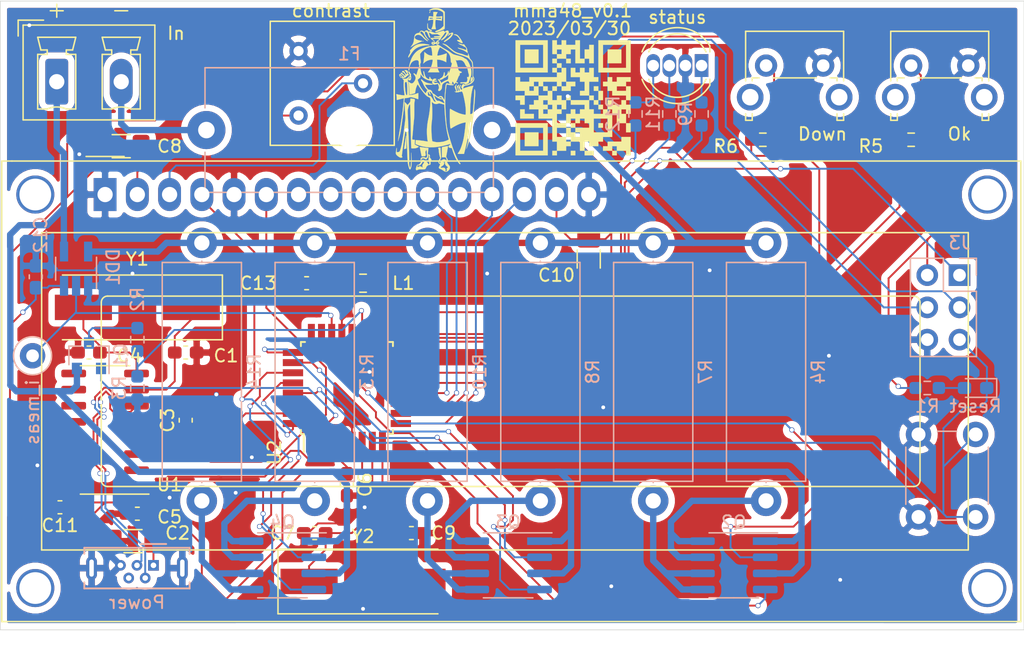
<source format=kicad_pcb>
(kicad_pcb (version 20171130) (host pcbnew "(5.1.7)-1")
  (title_block (title mma_48) (date 2023-03-30) (rev v0.1) (company piro.tex))
  (layers (0 F.Cu signal) (31 B.Cu signal) (34 B.Paste user) (35 F.Paste user) (36 B.SilkS user) (37 F.SilkS user) (38 B.Mask user) (39 F.Mask user) (44 Edge.Cuts user))
  (net 0 "")
  (net 1 GND)
  (net 2 "Net-(C1-Pad1)")
  (net 3 +5V)
  (net 4 "Net-(C3-Pad1)")
  (net 5 "Net-(C4-Pad1)")
  (net 6 /xtal_1)
  (net 7 /xtal_2)
  (net 8 "Net-(D1-Pad2)")
  (net 9 /reset)
  (net 10 "Net-(D2-Pad4)")
  (net 11 "Net-(D2-Pad3)")
  (net 12 "Net-(D2-Pad1)")
  (net 13 /v_sense_n)
  (net 14 /i_meas)
  (net 15 "Net-(J1-Pad4)")
  (net 16 /usb+)
  (net 17 /usb-)
  (net 18 VDDA)
  (net 19 "Net-(Q1-Pad3)")
  (net 20 /tr_v_in)
  (net 21 "Net-(Q2-Pad7)")
  (net 22 "Net-(Q2-Pad5)")
  (net 23 /r_2)
  (net 24 /r_1)
  (net 25 "Net-(Q3-Pad7)")
  (net 26 "Net-(Q3-Pad5)")
  (net 27 /r_4)
  (net 28 /r_3)
  (net 29 "Net-(Q4-Pad7)")
  (net 30 "Net-(Q4-Pad5)")
  (net 31 /r_6)
  (net 32 /r_5)
  (net 33 /v_in)
  (net 34 /led_r)
  (net 35 /led_g)
  (net 36 /led_b)
  (net 37 "Net-(RV1-Pad2)")
  (net 38 "Net-(U1-Pad15)")
  (net 39 "Net-(U1-Pad14)")
  (net 40 "Net-(U1-Pad13)")
  (net 41 "Net-(U1-Pad12)")
  (net 42 "Net-(U1-Pad11)")
  (net 43 "Net-(U1-Pad10)")
  (net 44 "Net-(U1-Pad9)")
  (net 45 /uart_tx)
  (net 46 /uart_rx)
  (net 47 /lcd_rs)
  (net 48 "Net-(U2-Pad20)")
  (net 49 /lcd_db7)
  (net 50 /lcd_db6)
  (net 51 /lcd_db5)
  (net 52 /lcd_db4)
  (net 53 /lcd_en)
  (net 54 "Net-(U3-Pad10)")
  (net 55 "Net-(U3-Pad9)")
  (net 56 "Net-(U3-Pad8)")
  (net 57 "Net-(U3-Pad7)")
  (net 58 /btn_ok)
  (net 59 /btn_down)
  (net 60 /i_in)
  (net 61 /i_out)
  (module mine:knight_10x13mm (layer F.Cu) (at 109.855 59.055)
    (fp_text reference G*** hide)
    (fp_text value LOGO hide)
  )
  (module mine:qr_code_front_10mm (layer F.Cu) (at 120.65 59.69)
    (fp_text reference G*** hide)
    (fp_text value LOGO hide)
  )
  (module Resistor_THT:R_Axial_DIN0617_L17.0mm_D6.0mm_P20.32mm_Horizontal (layer B.Cu) (at 100.33 91.44 90)
    (fp_text reference R13 (at 10.16 4.12 270) (layer B.SilkS) (effects (justify mirror)))
    (fp_text value 1R0)
    (pad 2 thru_hole oval (at 20.32 0 90) (size 2.4 2.4) (drill 1.2) (layers *.Cu *.Mask) (net 13 /v_sense_n))
    (pad 1 thru_hole circle (at 0 0 90) (size 2.4 2.4) (drill 1.2) (layers *.Cu *.Mask) (net 29 "Net-(Q4-Pad7)"))
  )
  (module Package_TO_SOT_SMD:SOT-23-5_HandSoldering (layer B.Cu) (at 81.534 73.152 90)
    (fp_text reference DD1 (at 0.127 2.921 90) (layer B.SilkS) (effects (justify mirror)))
    (fp_text value MAX4372T)
    (pad 5 smd rect (at 1.35 0.95 90) (size 1.56 0.65) (layers B.Cu B.Paste B.Mask) (net 13 /v_sense_n))
    (pad 4 smd rect (at 1.35 -0.95 90) (size 1.56 0.65) (layers B.Cu B.Paste B.Mask) (net 60 /i_in))
    (pad 3 smd rect (at -1.35 -0.95 90) (size 1.56 0.65) (layers B.Cu B.Paste B.Mask) (net 3 +5V))
    (pad 2 smd rect (at -1.35 0 90) (size 1.56 0.65) (layers B.Cu B.Paste B.Mask) (net 14 /i_meas))
    (pad 1 smd rect (at -1.35 0.95 90) (size 1.56 0.65) (layers B.Cu B.Paste B.Mask) (net 1 GND))
  )
  (module Resistor_SMD:R_0603_1608Metric_Pad0.98x0.95mm_HandSolder (layer F.Cu) (at 135.636 62.992 180)
    (fp_text reference R6 (at 2.921 -0.508) (layer F.SilkS))
    (fp_text value 10k)
    (pad 2 smd roundrect (at 0.9125 0 180) (size 0.975 0.95) (layers F.Cu F.Paste F.Mask) (net 59 /btn_down))
    (pad 1 smd roundrect (at -0.9125 0 180) (size 0.975 0.95) (layers F.Cu F.Paste F.Mask) (net 3 +5V))
  )
  (module Resistor_SMD:R_0603_1608Metric_Pad0.98x0.95mm_HandSolder (layer F.Cu) (at 147.32 62.992 180)
    (fp_text reference R5 (at 3.175 -0.508) (layer F.SilkS))
    (fp_text value 10k)
    (pad 2 smd roundrect (at 0.9125 0 180) (size 0.975 0.95) (layers F.Cu F.Paste F.Mask) (net 58 /btn_ok))
    (pad 1 smd roundrect (at -0.9125 0 180) (size 0.975 0.95) (layers F.Cu F.Paste F.Mask) (net 3 +5V))
  )
  (module Crystal:Crystal_SMD_HC49-SD (layer F.Cu) (at 104.14 97.79)
    (fp_text reference Y2 (at 0 -3.55) (layer F.SilkS))
    (fp_text value 8MHz)
    (pad 2 smd rect (at 4.25 0) (size 4.5 2) (layers F.Cu F.Paste F.Mask) (net 7 /xtal_2))
    (pad 1 smd rect (at -4.25 0) (size 4.5 2) (layers F.Cu F.Paste F.Mask) (net 6 /xtal_1))
  )
  (module Crystal:Crystal_SMD_HC49-SD (layer F.Cu) (at 86.36 76.2 180)
    (fp_text reference Y1 (at 0 3.81) (layer F.SilkS))
    (fp_text value 12MHz)
    (pad 2 smd rect (at 4.25 0 180) (size 4.5 2) (layers F.Cu F.Paste F.Mask) (net 5 "Net-(C4-Pad1)"))
    (pad 1 smd rect (at -4.25 0 180) (size 4.5 2) (layers F.Cu F.Paste F.Mask) (net 2 "Net-(C1-Pad1)"))
  )
  (module Connector_PinHeader_2.54mm:PinHeader_2x03_P2.54mm_Vertical (layer B.Cu) (at 151.13 73.66 180)
    (fp_text reference J3 (at 0 2.54) (layer B.SilkS) (effects (justify mirror)))
    (fp_text value Prog)
    (pad 6 thru_hole oval (at 2.54 -5.08 180) (size 1.7 1.7) (drill 1) (layers *.Cu *.Mask) (net 1 GND))
    (pad 5 thru_hole oval (at 0 -5.08 180) (size 1.7 1.7) (drill 1) (layers *.Cu *.Mask) (net 9 /reset))
    (pad 4 thru_hole oval (at 2.54 -2.54 180) (size 1.7 1.7) (drill 1) (layers *.Cu *.Mask) (net 34 /led_r))
    (pad 3 thru_hole oval (at 0 -2.54 180) (size 1.7 1.7) (drill 1) (layers *.Cu *.Mask) (net 36 /led_b))
    (pad 2 thru_hole oval (at 2.54 0 180) (size 1.7 1.7) (drill 1) (layers *.Cu *.Mask) (net 3 +5V))
    (pad 1 thru_hole rect (at 0 0 180) (size 1.7 1.7) (drill 1) (layers *.Cu *.Mask) (net 35 /led_g))
  )
  (module Display:WC1602A (layer F.Cu) (at 83.82 67.31)
    (fp_text reference U3 hide)
    (fp_text value RC1602A)
    (pad "" thru_hole circle (at 69.5 0) (size 3 3) (drill 2.5) (layers *.Cu *.Mask))
    (pad "" thru_hole circle (at 69.49948 31.0007) (size 3 3) (drill 2.5) (layers *.Cu *.Mask))
    (pad "" thru_hole circle (at -5.4991 31.0007) (size 3 3) (drill 2.5) (layers *.Cu *.Mask))
    (pad "" thru_hole circle (at -5.4991 0) (size 3 3) (drill 2.5) (layers *.Cu *.Mask))
    (pad 16 thru_hole oval (at 38.1 0) (size 1.8 2.6) (drill 1.2) (layers *.Cu *.Mask) (net 1 GND))
    (pad 15 thru_hole oval (at 35.56 0) (size 1.8 2.6) (drill 1.2) (layers *.Cu *.Mask) (net 3 +5V))
    (pad 14 thru_hole oval (at 33.02 0) (size 1.8 2.6) (drill 1.2) (layers *.Cu *.Mask) (net 49 /lcd_db7))
    (pad 13 thru_hole oval (at 30.48 0) (size 1.8 2.6) (drill 1.2) (layers *.Cu *.Mask) (net 50 /lcd_db6))
    (pad 12 thru_hole oval (at 27.94 0) (size 1.8 2.6) (drill 1.2) (layers *.Cu *.Mask) (net 51 /lcd_db5))
    (pad 11 thru_hole oval (at 25.4 0) (size 1.8 2.6) (drill 1.2) (layers *.Cu *.Mask) (net 52 /lcd_db4))
    (pad 10 thru_hole oval (at 22.86 0) (size 1.8 2.6) (drill 1.2) (layers *.Cu *.Mask) (net 54 "Net-(U3-Pad10)"))
    (pad 9 thru_hole oval (at 20.32 0) (size 1.8 2.6) (drill 1.2) (layers *.Cu *.Mask) (net 55 "Net-(U3-Pad9)"))
    (pad 8 thru_hole oval (at 17.78 0) (size 1.8 2.6) (drill 1.2) (layers *.Cu *.Mask) (net 56 "Net-(U3-Pad8)"))
    (pad 7 thru_hole oval (at 15.24 0) (size 1.8 2.6) (drill 1.2) (layers *.Cu *.Mask) (net 57 "Net-(U3-Pad7)"))
    (pad 6 thru_hole oval (at 12.7 0) (size 1.8 2.6) (drill 1.2) (layers *.Cu *.Mask) (net 53 /lcd_en))
    (pad 5 thru_hole oval (at 10.16 0) (size 1.8 2.6) (drill 1.2) (layers *.Cu *.Mask) (net 1 GND))
    (pad 4 thru_hole oval (at 7.62 0) (size 1.8 2.6) (drill 1.2) (layers *.Cu *.Mask) (net 47 /lcd_rs))
    (pad 3 thru_hole oval (at 5.08 0) (size 1.8 2.6) (drill 1.2) (layers *.Cu *.Mask) (net 37 "Net-(RV1-Pad2)"))
    (pad 2 thru_hole oval (at 2.54 0) (size 1.8 2.6) (drill 1.2) (layers *.Cu *.Mask) (net 3 +5V))
    (pad 1 thru_hole rect (at 0 0) (size 1.8 2.6) (drill 1.2) (layers *.Cu *.Mask) (net 1 GND))
  )
  (module Connector_USB:USB_Micro-B_Wuerth_614105150721_Vertical (layer B.Cu) (at 87.63 96.52 180)
    (fp_text reference J1)
    (fp_text value Power (at 1.3 -2.92) (layer B.SilkS) (effects (justify mirror)))
    (pad 6 thru_hole oval (at 4.875 -0.22 180) (size 0.85 1.85) (drill oval 0.35 1.35) (layers *.Cu *.Mask) (net 1 GND))
    (pad 6 thru_hole oval (at -2.275 -0.22 180) (size 0.85 1.85) (drill oval 0.35 1.35) (layers *.Cu *.Mask) (net 1 GND))
    (pad 5 thru_hole circle (at 2.6 0 180) (size 0.84 0.84) (drill 0.44) (layers *.Cu *.Mask) (net 1 GND))
    (pad 4 thru_hole circle (at 1.95 -1 180) (size 0.84 0.84) (drill 0.44) (layers *.Cu *.Mask) (net 15 "Net-(J1-Pad4)"))
    (pad 3 thru_hole circle (at 1.3 0 180) (size 0.84 0.84) (drill 0.44) (layers *.Cu *.Mask) (net 16 /usb+))
    (pad 2 thru_hole circle (at 0.65 -1 180) (size 0.84 0.84) (drill 0.44) (layers *.Cu *.Mask) (net 17 /usb-))
    (pad 1 thru_hole rect (at 0 0 180) (size 0.84 0.84) (drill 0.44) (layers *.Cu *.Mask) (net 3 +5V))
  )
  (module Capacitor_SMD:C_1206_3216Metric_Pad1.33x1.80mm_HandSolder (layer F.Cu) (at 121.92 72.39 270)
    (fp_text reference C10 (at 1.27 2.54 180) (layer F.SilkS))
    (fp_text value 4.7u)
    (pad 2 smd roundrect (at 1.5625 0 270) (size 1.325 1.8) (layers F.Cu F.Paste F.Mask) (roundrect_rratio 0.1886784905660377) (net 1 GND))
    (pad 1 smd roundrect (at -1.5625 0 270) (size 1.325 1.8) (layers F.Cu F.Paste F.Mask) (roundrect_rratio 0.1886784905660377) (net 3 +5V))
  )
  (module Button_Switch_THT:SW_Tactile_SPST_Angled_PTS645Vx39-2LFS (layer F.Cu) (at 147.32 57.15)
    (fp_text reference SW3)
    (fp_text value Ok (at 3.81 5.38988) (layer F.SilkS))
    (pad "" thru_hole circle (at -1.25 2.49) (size 2.1 2.1) (drill 1.3) (layers *.Cu *.Mask))
    (pad 1 thru_hole circle (at 0 0) (size 1.75 1.75) (drill 0.99) (layers *.Cu *.Mask) (net 58 /btn_ok))
    (pad 2 thru_hole circle (at 4.5 0) (size 1.75 1.75) (drill 0.99) (layers *.Cu *.Mask) (net 1 GND))
    (pad "" thru_hole circle (at 5.76 2.49) (size 2.1 2.1) (drill 1.3) (layers *.Cu *.Mask))
  )
  (module Button_Switch_THT:SW_Tactile_SPST_Angled_PTS645Vx39-2LFS (layer F.Cu) (at 135.89 57.15)
    (fp_text reference SW2)
    (fp_text value Down (at 4.445 5.38988) (layer F.SilkS))
    (pad "" thru_hole circle (at -1.25 2.49) (size 2.1 2.1) (drill 1.3) (layers *.Cu *.Mask))
    (pad 1 thru_hole circle (at 0 0) (size 1.75 1.75) (drill 0.99) (layers *.Cu *.Mask) (net 59 /btn_down))
    (pad 2 thru_hole circle (at 4.5 0) (size 1.75 1.75) (drill 0.99) (layers *.Cu *.Mask) (net 1 GND))
    (pad "" thru_hole circle (at 5.76 2.49) (size 2.1 2.1) (drill 1.3) (layers *.Cu *.Mask))
  )
  (module Package_QFP:TQFP-32_7x7mm_P0.8mm (layer F.Cu) (at 102.87 82.55 90)
    (fp_text reference U2 (at -5.08 -5.715 90) (layer F.SilkS))
    (fp_text value ATmega48-20AU)
    (pad 32 smd rect (at -2.8 -4.25 180) (size 1.6 0.55) (layers F.Cu F.Paste F.Mask) (net 47 /lcd_rs))
    (pad 31 smd rect (at -2 -4.25 180) (size 1.6 0.55) (layers F.Cu F.Paste F.Mask) (net 45 /uart_tx))
    (pad 30 smd rect (at -1.2 -4.25 180) (size 1.6 0.55) (layers F.Cu F.Paste F.Mask) (net 46 /uart_rx))
    (pad 29 smd rect (at -0.4 -4.25 180) (size 1.6 0.55) (layers F.Cu F.Paste F.Mask) (net 9 /reset))
    (pad 28 smd rect (at 0.4 -4.25 180) (size 1.6 0.55) (layers F.Cu F.Paste F.Mask) (net 31 /r_6))
    (pad 27 smd rect (at 1.2 -4.25 180) (size 1.6 0.55) (layers F.Cu F.Paste F.Mask) (net 32 /r_5))
    (pad 26 smd rect (at 2 -4.25 180) (size 1.6 0.55) (layers F.Cu F.Paste F.Mask) (net 27 /r_4))
    (pad 25 smd rect (at 2.8 -4.25 180) (size 1.6 0.55) (layers F.Cu F.Paste F.Mask) (net 28 /r_3))
    (pad 24 smd rect (at 4.25 -2.8 90) (size 1.6 0.55) (layers F.Cu F.Paste F.Mask) (net 23 /r_2))
    (pad 23 smd rect (at 4.25 -2 90) (size 1.6 0.55) (layers F.Cu F.Paste F.Mask) (net 24 /r_1))
    (pad 22 smd rect (at 4.25 -1.2 90) (size 1.6 0.55) (layers F.Cu F.Paste F.Mask) (net 14 /i_meas))
    (pad 21 smd rect (at 4.25 -0.4 90) (size 1.6 0.55) (layers F.Cu F.Paste F.Mask) (net 1 GND))
    (pad 20 smd rect (at 4.25 0.4 90) (size 1.6 0.55) (layers F.Cu F.Paste F.Mask) (net 48 "Net-(U2-Pad20)"))
    (pad 19 smd rect (at 4.25 1.2 90) (size 1.6 0.55) (layers F.Cu F.Paste F.Mask) (net 33 /v_in))
    (pad 18 smd rect (at 4.25 2 90) (size 1.6 0.55) (layers F.Cu F.Paste F.Mask) (net 18 VDDA))
    (pad 17 smd rect (at 4.25 2.8 90) (size 1.6 0.55) (layers F.Cu F.Paste F.Mask) (net 36 /led_b))
    (pad 16 smd rect (at 2.8 4.25 180) (size 1.6 0.55) (layers F.Cu F.Paste F.Mask) (net 35 /led_g))
    (pad 15 smd rect (at 2 4.25 180) (size 1.6 0.55) (layers F.Cu F.Paste F.Mask) (net 34 /led_r))
    (pad 14 smd rect (at 1.2 4.25 180) (size 1.6 0.55) (layers F.Cu F.Paste F.Mask) (net 59 /btn_down))
    (pad 13 smd rect (at 0.4 4.25 180) (size 1.6 0.55) (layers F.Cu F.Paste F.Mask) (net 58 /btn_ok))
    (pad 12 smd rect (at -0.4 4.25 180) (size 1.6 0.55) (layers F.Cu F.Paste F.Mask) (net 52 /lcd_db4))
    (pad 11 smd rect (at -1.2 4.25 180) (size 1.6 0.55) (layers F.Cu F.Paste F.Mask) (net 51 /lcd_db5))
    (pad 10 smd rect (at -2 4.25 180) (size 1.6 0.55) (layers F.Cu F.Paste F.Mask) (net 50 /lcd_db6))
    (pad 9 smd rect (at -2.8 4.25 180) (size 1.6 0.55) (layers F.Cu F.Paste F.Mask) (net 49 /lcd_db7))
    (pad 8 smd rect (at -4.25 2.8 90) (size 1.6 0.55) (layers F.Cu F.Paste F.Mask) (net 7 /xtal_2))
    (pad 7 smd rect (at -4.25 2 90) (size 1.6 0.55) (layers F.Cu F.Paste F.Mask) (net 6 /xtal_1))
    (pad 6 smd rect (at -4.25 1.2 90) (size 1.6 0.55) (layers F.Cu F.Paste F.Mask) (net 3 +5V))
    (pad 5 smd rect (at -4.25 0.4 90) (size 1.6 0.55) (layers F.Cu F.Paste F.Mask) (net 1 GND))
    (pad 4 smd rect (at -4.25 -0.4 90) (size 1.6 0.55) (layers F.Cu F.Paste F.Mask) (net 3 +5V))
    (pad 3 smd rect (at -4.25 -1.2 90) (size 1.6 0.55) (layers F.Cu F.Paste F.Mask) (net 1 GND))
    (pad 2 smd rect (at -4.25 -2 90) (size 1.6 0.55) (layers F.Cu F.Paste F.Mask) (net 20 /tr_v_in))
    (pad 1 smd roundrect (at -4.25 -2.8 90) (size 1.6 0.55) (layers F.Cu F.Paste F.Mask) (net 53 /lcd_en))
  )
  (module Package_SO:SOIC-16_3.9x9.9mm_P1.27mm (layer F.Cu) (at 83.82 85.852 180)
    (fp_text reference U1 (at -5.08 -4.318 180) (layer F.SilkS))
    (fp_text value CH340G)
    (pad 16 smd roundrect (at 2.475 -4.445 180) (size 1.95 0.6) (layers F.Cu F.Paste F.Mask) (net 3 +5V))
    (pad 15 smd roundrect (at 2.475 -3.175 180) (size 1.95 0.6) (layers F.Cu F.Paste F.Mask) (net 38 "Net-(U1-Pad15)"))
    (pad 14 smd roundrect (at 2.475 -1.905 180) (size 1.95 0.6) (layers F.Cu F.Paste F.Mask) (net 39 "Net-(U1-Pad14)"))
    (pad 13 smd roundrect (at 2.475 -0.635 180) (size 1.95 0.6) (layers F.Cu F.Paste F.Mask) (net 40 "Net-(U1-Pad13)"))
    (pad 12 smd roundrect (at 2.475 0.635 180) (size 1.95 0.6) (layers F.Cu F.Paste F.Mask) (net 41 "Net-(U1-Pad12)"))
    (pad 11 smd roundrect (at 2.475 1.905 180) (size 1.95 0.6) (layers F.Cu F.Paste F.Mask) (net 42 "Net-(U1-Pad11)"))
    (pad 10 smd roundrect (at 2.475 3.175 180) (size 1.95 0.6) (layers F.Cu F.Paste F.Mask) (net 43 "Net-(U1-Pad10)"))
    (pad 9 smd roundrect (at 2.475 4.445 180) (size 1.95 0.6) (layers F.Cu F.Paste F.Mask) (net 44 "Net-(U1-Pad9)"))
    (pad 8 smd roundrect (at -2.475 4.445 180) (size 1.95 0.6) (layers F.Cu F.Paste F.Mask) (net 5 "Net-(C4-Pad1)"))
    (pad 7 smd roundrect (at -2.475 3.175 180) (size 1.95 0.6) (layers F.Cu F.Paste F.Mask) (net 2 "Net-(C1-Pad1)"))
    (pad 6 smd roundrect (at -2.475 1.905 180) (size 1.95 0.6) (layers F.Cu F.Paste F.Mask) (net 17 /usb-))
    (pad 5 smd roundrect (at -2.475 0.635 180) (size 1.95 0.6) (layers F.Cu F.Paste F.Mask) (net 16 /usb+))
    (pad 4 smd roundrect (at -2.475 -0.635 180) (size 1.95 0.6) (layers F.Cu F.Paste F.Mask) (net 4 "Net-(C3-Pad1)"))
    (pad 3 smd roundrect (at -2.475 -1.905 180) (size 1.95 0.6) (layers F.Cu F.Paste F.Mask) (net 45 /uart_tx))
    (pad 2 smd roundrect (at -2.475 -3.175 180) (size 1.95 0.6) (layers F.Cu F.Paste F.Mask) (net 46 /uart_rx))
    (pad 1 smd rect (at -2.475 -4.445 180) (size 1.95 0.6) (layers F.Cu F.Paste F.Mask) (net 1 GND))
  )
  (module TestPoint:TestPoint_Loop_D1.80mm_Drill1.0mm_Beaded (layer B.Cu) (at 78.105 80.01 180)
    (fp_text reference TP1)
    (fp_text value i_meas (at 0 -4.445 90) (layer B.SilkS) (effects (justify mirror)))
    (pad 1 thru_hole circle (at 0 0 180) (size 2 2) (drill 1) (layers *.Cu *.Mask) (net 14 /i_meas))
  )
  (module Button_Switch_THT:SW_PUSH_6mm (layer B.Cu) (at 152.4 92.71 90)
    (fp_text reference SW1 hide)
    (fp_text value Reset)
    (pad 1 thru_hole circle (at 6.5 0) (size 2 2) (drill 1.1) (layers *.Cu *.Mask) (net 9 /reset))
    (pad 2 thru_hole circle (at 6.5 -4.5) (size 2 2) (drill 1.1) (layers *.Cu *.Mask) (net 1 GND))
    (pad 1 thru_hole circle (at 0 0) (size 2 2) (drill 1.1) (layers *.Cu *.Mask) (net 9 /reset))
    (pad 2 thru_hole circle (at 0 -4.5) (size 2 2) (drill 1.1) (layers *.Cu *.Mask) (net 1 GND))
  )
  (module Potentiometer_THT:Potentiometer_Bourns_3386F_Vertical (layer F.Cu) (at 99.06 61.087)
    (fp_text reference RV1 hide)
    (fp_text value 10k)
    (pad 1 thru_hole circle (at 0 0) (size 1.44 1.44) (drill 0.8) (layers *.Cu *.Mask) (net 3 +5V))
    (pad 2 thru_hole circle (at 5.08 -2.54) (size 1.44 1.44) (drill 0.8) (layers *.Cu *.Mask) (net 37 "Net-(RV1-Pad2)"))
    (pad 3 thru_hole circle (at 0 -5.08) (size 1.44 1.44) (drill 0.8) (layers *.Cu *.Mask) (net 1 GND))
  )
  (module Resistor_THT:R_Axial_DIN0617_L17.0mm_D6.0mm_P20.32mm_Horizontal (layer B.Cu) (at 91.44 91.44 90)
    (fp_text reference R14 (at 10.16 4.12 270) (layer B.SilkS) (effects (justify mirror)))
    (fp_text value 0R1)
    (pad 2 thru_hole oval (at 20.32 0 90) (size 2.4 2.4) (drill 1.2) (layers *.Cu *.Mask) (net 13 /v_sense_n))
    (pad 1 thru_hole circle (at 0 0 90) (size 2.4 2.4) (drill 1.2) (layers *.Cu *.Mask) (net 30 "Net-(Q4-Pad5)"))
  )
  (module Resistor_SMD:R_0603_1608Metric_Pad0.98x0.95mm_HandSolder (layer B.Cu) (at 125.603 60.96 90)
    (fp_text reference R12 (at 0 -1.778 90) (layer B.SilkS) (effects (justify mirror)))
    (fp_text value 510)
    (pad 2 smd roundrect (at 0.9125 0 90) (size 0.975 0.95) (layers B.Cu B.Paste B.Mask) (net 10 "Net-(D2-Pad4)"))
    (pad 1 smd roundrect (at -0.9125 0 90) (size 0.975 0.95) (layers B.Cu B.Paste B.Mask) (net 36 /led_b))
  )
  (module Resistor_SMD:R_0603_1608Metric_Pad0.98x0.95mm_HandSolder (layer B.Cu) (at 128.27 60.96 90)
    (fp_text reference R11 (at 0 -1.27 90) (layer B.SilkS) (effects (justify mirror)))
    (fp_text value 560)
    (pad 2 smd roundrect (at 0.9125 0 90) (size 0.975 0.95) (layers B.Cu B.Paste B.Mask) (net 11 "Net-(D2-Pad3)"))
    (pad 1 smd roundrect (at -0.9125 0 90) (size 0.975 0.95) (layers B.Cu B.Paste B.Mask) (net 35 /led_g))
  )
  (module Resistor_THT:R_Axial_DIN0617_L17.0mm_D6.0mm_P20.32mm_Horizontal (layer B.Cu) (at 109.22 91.44 90)
    (fp_text reference R10 (at 10.16 4.12 270) (layer B.SilkS) (effects (justify mirror)))
    (fp_text value 10R)
    (pad 2 thru_hole oval (at 20.32 0 90) (size 2.4 2.4) (drill 1.2) (layers *.Cu *.Mask) (net 13 /v_sense_n))
    (pad 1 thru_hole circle (at 0 0 90) (size 2.4 2.4) (drill 1.2) (layers *.Cu *.Mask) (net 26 "Net-(Q3-Pad5)"))
  )
  (module Resistor_SMD:R_0603_1608Metric_Pad0.98x0.95mm_HandSolder (layer B.Cu) (at 130.81 60.96 90)
    (fp_text reference R9 (at 0 -1.27 90) (layer B.SilkS) (effects (justify mirror)))
    (fp_text value 620)
    (pad 2 smd roundrect (at 0.9125 0 90) (size 0.975 0.95) (layers B.Cu B.Paste B.Mask) (net 12 "Net-(D2-Pad1)"))
    (pad 1 smd roundrect (at -0.9125 0 90) (size 0.975 0.95) (layers B.Cu B.Paste B.Mask) (net 34 /led_r))
  )
  (module Resistor_THT:R_Axial_DIN0617_L17.0mm_D6.0mm_P20.32mm_Horizontal (layer B.Cu) (at 118.11 91.44 90)
    (fp_text reference R8 (at 10.16 4.12 270) (layer B.SilkS) (effects (justify mirror)))
    (fp_text value 100)
    (pad 2 thru_hole oval (at 20.32 0 90) (size 2.4 2.4) (drill 1.2) (layers *.Cu *.Mask) (net 13 /v_sense_n))
    (pad 1 thru_hole circle (at 0 0 90) (size 2.4 2.4) (drill 1.2) (layers *.Cu *.Mask) (net 25 "Net-(Q3-Pad7)"))
  )
  (module Resistor_THT:R_Axial_DIN0617_L17.0mm_D6.0mm_P20.32mm_Horizontal (layer B.Cu) (at 127 91.44 90)
    (fp_text reference R7 (at 10.16 4.12 270) (layer B.SilkS) (effects (justify mirror)))
    (fp_text value 1k)
    (pad 2 thru_hole oval (at 20.32 0 90) (size 2.4 2.4) (drill 1.2) (layers *.Cu *.Mask) (net 13 /v_sense_n))
    (pad 1 thru_hole circle (at 0 0 90) (size 2.4 2.4) (drill 1.2) (layers *.Cu *.Mask) (net 22 "Net-(Q2-Pad5)"))
  )
  (module Resistor_THT:R_Axial_DIN0617_L17.0mm_D6.0mm_P20.32mm_Horizontal (layer B.Cu) (at 135.89 91.44 90)
    (fp_text reference R4 (at 10.16 4.12 270) (layer B.SilkS) (effects (justify mirror)))
    (fp_text value 10k)
    (pad 2 thru_hole oval (at 20.32 0 90) (size 2.4 2.4) (drill 1.2) (layers *.Cu *.Mask) (net 13 /v_sense_n))
    (pad 1 thru_hole circle (at 0 0 90) (size 2.4 2.4) (drill 1.2) (layers *.Cu *.Mask) (net 21 "Net-(Q2-Pad7)"))
  )
  (module Resistor_SMD:R_0603_1608Metric_Pad0.98x0.95mm_HandSolder (layer B.Cu) (at 86.36 82.55 270)
    (fp_text reference R3 (at 0 1.43 90) (layer B.SilkS) (effects (justify mirror)))
    (fp_text value 180)
    (pad 2 smd roundrect (at 0.9125 0 270) (size 0.975 0.95) (layers B.Cu B.Paste B.Mask) (net 1 GND))
    (pad 1 smd roundrect (at -0.9125 0 270) (size 0.975 0.95) (layers B.Cu B.Paste B.Mask) (net 33 /v_in))
  )
  (module Resistor_SMD:R_0603_1608Metric_Pad0.98x0.95mm_HandSolder (layer B.Cu) (at 86.36 78.74 270)
    (fp_text reference R2 (at -3.175 0 90) (layer B.SilkS) (effects (justify mirror)))
    (fp_text value 1k)
    (pad 2 smd roundrect (at 0.9125 0 270) (size 0.975 0.95) (layers B.Cu B.Paste B.Mask) (net 33 /v_in))
    (pad 1 smd roundrect (at -0.9125 0 270) (size 0.975 0.95) (layers B.Cu B.Paste B.Mask) (net 19 "Net-(Q1-Pad3)"))
  )
  (module Resistor_SMD:R_0603_1608Metric_Pad0.98x0.95mm_HandSolder (layer B.Cu) (at 148.59 82.55)
    (fp_text reference R1 (at 0 1.43) (layer B.SilkS) (effects (justify mirror)))
    (fp_text value 560)
    (pad 2 smd roundrect (at 0.9125 0) (size 0.975 0.95) (layers B.Cu B.Paste B.Mask) (net 8 "Net-(D1-Pad2)"))
    (pad 1 smd roundrect (at -0.9125 0) (size 0.975 0.95) (layers B.Cu B.Paste B.Mask) (net 3 +5V))
  )
  (module Package_SO:SOIC-8_3.9x4.9mm_P1.27mm (layer B.Cu) (at 97.79 96.52 180)
    (fp_text reference Q4 (at 0 3.4) (layer B.SilkS) (effects (justify mirror)))
    (fp_text value IRF7324)
    (pad 8 smd roundrect (at 2.475 1.905 180) (size 1.95 0.6) (layers B.Cu B.Paste B.Mask) (net 29 "Net-(Q4-Pad7)"))
    (pad 7 smd roundrect (at 2.475 0.635 180) (size 1.95 0.6) (layers B.Cu B.Paste B.Mask) (net 29 "Net-(Q4-Pad7)"))
    (pad 6 smd roundrect (at 2.475 -0.635 180) (size 1.95 0.6) (layers B.Cu B.Paste B.Mask) (net 30 "Net-(Q4-Pad5)"))
    (pad 5 smd roundrect (at 2.475 -1.905 180) (size 1.95 0.6) (layers B.Cu B.Paste B.Mask) (net 30 "Net-(Q4-Pad5)"))
    (pad 4 smd roundrect (at -2.475 -1.905 180) (size 1.95 0.6) (layers B.Cu B.Paste B.Mask) (net 31 /r_6))
    (pad 3 smd roundrect (at -2.475 -0.635 180) (size 1.95 0.6) (layers B.Cu B.Paste B.Mask) (net 60 /i_in))
    (pad 2 smd roundrect (at -2.475 0.635 180) (size 1.95 0.6) (layers B.Cu B.Paste B.Mask) (net 32 /r_5))
    (pad 1 smd rect (at -2.475 1.905 180) (size 1.95 0.6) (layers B.Cu B.Paste B.Mask) (net 60 /i_in))
  )
  (module Package_SO:SOIC-8_3.9x4.9mm_P1.27mm (layer B.Cu) (at 115.57 96.52 180)
    (fp_text reference Q3 (at 0 3.4) (layer B.SilkS) (effects (justify mirror)))
    (fp_text value IRF7324)
    (pad 8 smd roundrect (at 2.475 1.905 180) (size 1.95 0.6) (layers B.Cu B.Paste B.Mask) (net 25 "Net-(Q3-Pad7)"))
    (pad 7 smd roundrect (at 2.475 0.635 180) (size 1.95 0.6) (layers B.Cu B.Paste B.Mask) (net 25 "Net-(Q3-Pad7)"))
    (pad 6 smd roundrect (at 2.475 -0.635 180) (size 1.95 0.6) (layers B.Cu B.Paste B.Mask) (net 26 "Net-(Q3-Pad5)"))
    (pad 5 smd roundrect (at 2.475 -1.905 180) (size 1.95 0.6) (layers B.Cu B.Paste B.Mask) (net 26 "Net-(Q3-Pad5)"))
    (pad 4 smd roundrect (at -2.475 -1.905 180) (size 1.95 0.6) (layers B.Cu B.Paste B.Mask) (net 27 /r_4))
    (pad 3 smd roundrect (at -2.475 -0.635 180) (size 1.95 0.6) (layers B.Cu B.Paste B.Mask) (net 60 /i_in))
    (pad 2 smd roundrect (at -2.475 0.635 180) (size 1.95 0.6) (layers B.Cu B.Paste B.Mask) (net 28 /r_3))
    (pad 1 smd rect (at -2.475 1.905 180) (size 1.95 0.6) (layers B.Cu B.Paste B.Mask) (net 60 /i_in))
  )
  (module Package_SO:SOIC-8_3.9x4.9mm_P1.27mm (layer B.Cu) (at 133.35 96.52 180)
    (fp_text reference Q2 (at 0 3.4) (layer B.SilkS) (effects (justify mirror)))
    (fp_text value IRF7324)
    (pad 8 smd roundrect (at 2.475 1.905 180) (size 1.95 0.6) (layers B.Cu B.Paste B.Mask) (net 21 "Net-(Q2-Pad7)"))
    (pad 7 smd roundrect (at 2.475 0.635 180) (size 1.95 0.6) (layers B.Cu B.Paste B.Mask) (net 21 "Net-(Q2-Pad7)"))
    (pad 6 smd roundrect (at 2.475 -0.635 180) (size 1.95 0.6) (layers B.Cu B.Paste B.Mask) (net 22 "Net-(Q2-Pad5)"))
    (pad 5 smd roundrect (at 2.475 -1.905 180) (size 1.95 0.6) (layers B.Cu B.Paste B.Mask) (net 22 "Net-(Q2-Pad5)"))
    (pad 4 smd roundrect (at -2.475 -1.905 180) (size 1.95 0.6) (layers B.Cu B.Paste B.Mask) (net 23 /r_2))
    (pad 3 smd roundrect (at -2.475 -0.635 180) (size 1.95 0.6) (layers B.Cu B.Paste B.Mask) (net 60 /i_in))
    (pad 2 smd roundrect (at -2.475 0.635 180) (size 1.95 0.6) (layers B.Cu B.Paste B.Mask) (net 24 /r_1))
    (pad 1 smd rect (at -2.475 1.905 180) (size 1.95 0.6) (layers B.Cu B.Paste B.Mask) (net 60 /i_in))
  )
  (module Package_TO_SOT_SMD:SOT-23 (layer B.Cu) (at 82.55 80.01 90)
    (fp_text reference Q1 (at 0 2.5 90) (layer B.SilkS) (effects (justify mirror)))
    (fp_text value BSS83P)
    (pad 3 smd rect (at 1 0 90) (size 0.9 0.8) (layers B.Cu B.Paste B.Mask) (net 19 "Net-(Q1-Pad3)"))
    (pad 2 smd rect (at -1 -0.95 90) (size 0.9 0.8) (layers B.Cu B.Paste B.Mask) (net 60 /i_in))
    (pad 1 smd rect (at -1 0.95 90) (size 0.9 0.8) (layers B.Cu B.Paste B.Mask) (net 20 /tr_v_in))
  )
  (module Inductor_SMD:L_0805_2012Metric_Pad1.15x1.40mm_HandSolder (layer F.Cu) (at 104.14 74.295)
    (fp_text reference L1 (at 3.175 0) (layer F.SilkS))
    (fp_text value 10u)
    (pad 2 smd roundrect (at 1.025 0) (size 1.15 1.4) (layers F.Cu F.Paste F.Mask) (roundrect_rratio 0.2173904347826087) (net 18 VDDA))
    (pad 1 smd roundrect (at -1.025 0) (size 1.15 1.4) (layers F.Cu F.Paste F.Mask) (roundrect_rratio 0.2173904347826087) (net 3 +5V))
  )
  (module Connector_Phoenix_MC_HighVoltage:PhoenixContact_MCV_1,5_2-G-5.08_1x02_P5.08mm_Vertical (layer F.Cu) (at 80.01 58.42)
    (fp_text reference J2 hide)
    (fp_text value In (at 9.398 -3.81) (layer F.SilkS))
    (pad 2 thru_hole oval (at 5.08 0) (size 1.8 3.6) (drill 1.2) (layers *.Cu *.Mask) (net 61 /i_out))
    (pad 1 thru_hole roundrect (at 0 0) (size 1.8 3.6) (drill 1.2) (layers *.Cu *.Mask) (roundrect_rratio 0.1388888888888889) (net 60 /i_in))
  )
  (module Fuse:Fuseholder_Cylinder-5x20mm_Schurter_0031_8201_Horizontal_Open (layer B.Cu) (at 114.3 62.23 180)
    (fp_text reference F1 (at 11.25 6) (layer B.SilkS) (effects (justify mirror)))
    (fp_text value 1A)
    (pad "" np_thru_hole circle (at 11.25 0 180) (size 2.7 2.7) (drill 2.7) (layers *.Cu *.Mask))
    (pad 2 thru_hole circle (at 22.5 0 180) (size 3 3) (drill 1.3) (layers *.Cu *.Mask) (net 61 /i_out))
    (pad 1 thru_hole circle (at 0 0 180) (size 3 3) (drill 1.3) (layers *.Cu *.Mask) (net 13 /v_sense_n))
  )
  (module LED_THT:LED_D5.0mm-4_RGB (layer F.Cu) (at 130.81 57.15 180)
    (fp_text reference D2)
    (fp_text value status (at 1.905 3.81) (layer F.SilkS))
    (pad 4 thru_hole oval (at 3.81 0 180) (size 1.07 1.8) (drill 0.9) (layers *.Cu *.Mask) (net 10 "Net-(D2-Pad4)"))
    (pad 3 thru_hole oval (at 2.54 0 180) (size 1.07 1.8) (drill 0.9) (layers *.Cu *.Mask) (net 11 "Net-(D2-Pad3)"))
    (pad 2 thru_hole oval (at 1.27 0 180) (size 1.07 1.8) (drill 0.9) (layers *.Cu *.Mask) (net 1 GND))
    (pad 1 thru_hole rect (at 0 0 180) (size 1.07 1.8) (drill 0.9) (layers *.Cu *.Mask) (net 12 "Net-(D2-Pad1)"))
  )
  (module LED_SMD:LED_0603_1608Metric_Pad1.05x0.95mm_HandSolder (layer B.Cu) (at 152.4 82.55 180)
    (fp_text reference D1)
    (fp_text value Reset (at 0 -1.43) (layer B.SilkS) (effects (justify mirror)))
    (pad 2 smd roundrect (at 0.875 0 180) (size 1.05 0.95) (layers B.Cu B.Paste B.Mask) (net 8 "Net-(D1-Pad2)"))
    (pad 1 smd roundrect (at -0.875 0 180) (size 1.05 0.95) (layers B.Cu B.Paste B.Mask) (net 9 /reset))
  )
  (module Capacitor_SMD:C_0603_1608Metric_Pad1.08x0.95mm_HandSolder (layer B.Cu) (at 78.359 73.787 90)
    (fp_text reference C12 (at 3.302 0.381 90) (layer B.SilkS) (effects (justify mirror)))
    (fp_text value 100n)
    (pad 2 smd roundrect (at 0.8625 0 90) (size 1.075 0.95) (layers B.Cu B.Paste B.Mask) (net 1 GND))
    (pad 1 smd roundrect (at -0.8625 0 90) (size 1.075 0.95) (layers B.Cu B.Paste B.Mask) (net 3 +5V))
  )
  (module Capacitor_SMD:C_0603_1608Metric_Pad1.08x0.95mm_HandSolder (layer F.Cu) (at 80.264 91.948 180)
    (fp_text reference C11 (at 0 -1.43) (layer F.SilkS))
    (fp_text value 100n)
    (pad 2 smd roundrect (at 0.8625 0 180) (size 1.075 0.95) (layers F.Cu F.Paste F.Mask) (net 1 GND))
    (pad 1 smd roundrect (at -0.8625 0 180) (size 1.075 0.95) (layers F.Cu F.Paste F.Mask) (net 3 +5V))
  )
  (module Capacitor_SMD:C_0603_1608Metric_Pad1.08x0.95mm_HandSolder (layer F.Cu) (at 99.695 74.295 180)
    (fp_text reference C13 (at 3.81 0) (layer F.SilkS))
    (fp_text value 100n)
    (pad 2 smd roundrect (at 0.8625 0 180) (size 1.075 0.95) (layers F.Cu F.Paste F.Mask) (net 1 GND))
    (pad 1 smd roundrect (at -0.8625 0 180) (size 1.075 0.95) (layers F.Cu F.Paste F.Mask) (net 3 +5V))
  )
  (module Capacitor_SMD:C_1206_3216Metric_Pad1.33x1.80mm_HandSolder (layer F.Cu) (at 85.09 63.5 180)
    (fp_text reference C8 (at -3.81 0) (layer F.SilkS))
    (fp_text value 4.7u)
    (pad 2 smd roundrect (at 1.5625 0 180) (size 1.325 1.8) (layers F.Cu F.Paste F.Mask) (roundrect_rratio 0.1886784905660377) (net 1 GND))
    (pad 1 smd roundrect (at -1.5625 0 180) (size 1.325 1.8) (layers F.Cu F.Paste F.Mask) (roundrect_rratio 0.1886784905660377) (net 3 +5V))
  )
  (module Capacitor_SMD:C_0603_1608Metric_Pad1.08x0.95mm_HandSolder (layer F.Cu) (at 107.95 93.98)
    (fp_text reference C9 (at 2.54 0) (layer F.SilkS))
    (fp_text value 22p)
    (pad 2 smd roundrect (at 0.8625 0) (size 1.075 0.95) (layers F.Cu F.Paste F.Mask) (net 1 GND))
    (pad 1 smd roundrect (at -0.8625 0) (size 1.075 0.95) (layers F.Cu F.Paste F.Mask) (net 7 /xtal_2))
  )
  (module Capacitor_SMD:C_0603_1608Metric_Pad1.08x0.95mm_HandSolder (layer F.Cu) (at 100.33 93.98 180)
    (fp_text reference C7 (at 2.54 0) (layer F.SilkS))
    (fp_text value 22p)
    (pad 2 smd roundrect (at 0.8625 0 180) (size 1.075 0.95) (layers F.Cu F.Paste F.Mask) (net 1 GND))
    (pad 1 smd roundrect (at -0.8625 0 180) (size 1.075 0.95) (layers F.Cu F.Paste F.Mask) (net 6 /xtal_1))
  )
  (module Capacitor_SMD:C_0603_1608Metric_Pad1.08x0.95mm_HandSolder (layer F.Cu) (at 102.87 90.17 270)
    (fp_text reference C6 (at 0 -1.43 90) (layer F.SilkS))
    (fp_text value 100n)
    (pad 2 smd roundrect (at 0.8625 0 270) (size 1.075 0.95) (layers F.Cu F.Paste F.Mask) (net 1 GND))
    (pad 1 smd roundrect (at -0.8625 0 270) (size 1.075 0.95) (layers F.Cu F.Paste F.Mask) (net 3 +5V))
  )
  (module Capacitor_SMD:C_0603_1608Metric_Pad1.08x0.95mm_HandSolder (layer F.Cu) (at 86.36 92.456 180)
    (fp_text reference C5 (at -2.54 -0.254) (layer F.SilkS))
    (fp_text value 100n)
    (pad 2 smd roundrect (at 0.8625 0 180) (size 1.075 0.95) (layers F.Cu F.Paste F.Mask) (net 1 GND))
    (pad 1 smd roundrect (at -0.8625 0 180) (size 1.075 0.95) (layers F.Cu F.Paste F.Mask) (net 3 +5V))
  )
  (module Capacitor_SMD:C_0603_1608Metric_Pad1.08x0.95mm_HandSolder (layer F.Cu) (at 82.55 79.756 180)
    (fp_text reference C4 (at -3.175 -0.254) (layer F.SilkS))
    (fp_text value 22p)
    (pad 2 smd roundrect (at 0.8625 0 180) (size 1.075 0.95) (layers F.Cu F.Paste F.Mask) (net 1 GND))
    (pad 1 smd roundrect (at -0.8625 0 180) (size 1.075 0.95) (layers F.Cu F.Paste F.Mask) (net 5 "Net-(C4-Pad1)"))
  )
  (module Capacitor_SMD:C_0603_1608Metric_Pad1.08x0.95mm_HandSolder (layer F.Cu) (at 90.17 85.09 90)
    (fp_text reference C3 (at 0 -1.43 90) (layer F.SilkS))
    (fp_text value 20n)
    (pad 2 smd roundrect (at 0.8625 0 90) (size 1.075 0.95) (layers F.Cu F.Paste F.Mask) (net 1 GND))
    (pad 1 smd roundrect (at -0.8625 0 90) (size 1.075 0.95) (layers F.Cu F.Paste F.Mask) (net 4 "Net-(C3-Pad1)"))
  )
  (module Capacitor_SMD:C_1206_3216Metric_Pad1.33x1.80mm_HandSolder (layer F.Cu) (at 86.0175 94.615 180)
    (fp_text reference C2 (at -3.5175 0.635) (layer F.SilkS))
    (fp_text value 4.7u)
    (pad 2 smd roundrect (at 1.5625 0 180) (size 1.325 1.8) (layers F.Cu F.Paste F.Mask) (roundrect_rratio 0.1886784905660377) (net 1 GND))
    (pad 1 smd roundrect (at -1.5625 0 180) (size 1.325 1.8) (layers F.Cu F.Paste F.Mask) (roundrect_rratio 0.1886784905660377) (net 3 +5V))
  )
  (module Capacitor_SMD:C_0603_1608Metric_Pad1.08x0.95mm_HandSolder (layer F.Cu) (at 90.17 79.756)
    (fp_text reference C1 (at 3.175 0.254) (layer F.SilkS))
    (fp_text value 22p)
    (pad 2 smd roundrect (at 0.8625 0) (size 1.075 0.95) (layers F.Cu F.Paste F.Mask) (net 1 GND))
    (pad 1 smd roundrect (at -0.8625 0) (size 1.075 0.95) (layers F.Cu F.Paste F.Mask) (net 2 "Net-(C1-Pad1)"))
  )
  (gr_text 2023/03/30 (at 120.396 54.229) (layer F.SilkS) (effects (font (size 1 1))))
  (gr_text mma48_v0.1 (at 120.65 52.832) (layer F.SilkS) (effects (font (size 1 1))))
  (gr_text contrast (at 101.6 52.832) (layer F.SilkS) (effects (font (size 1 1))))
  (gr_line (start 84.582 52.832) (end 85.598 52.832) (layer F.SilkS) (width 0.12))
  (gr_line (start 79.502 52.832) (end 80.518 52.832) (layer F.SilkS) (width 0.12))
  (gr_line (start 80.01 53.34) (end 80.01 52.324) (layer F.SilkS) (width 0.12))
  (gr_line (start 156.21 101.6) (end 75.565 101.6) (layer Edge.Cuts) (width 0.05))
  (gr_line (start 156.21 52.07) (end 156.21 101.6) (layer Edge.Cuts) (width 0.05))
  (gr_line (start 75.565 52.07) (end 156.21 52.07) (layer Edge.Cuts) (width 0.05))
  (gr_line (start 75.565 101.6) (end 75.565 52.07) (layer Edge.Cuts) (width 0.05))
  (segment (start 98.8325 74.295) (end 98.8325 75.2105) (width 0.15) (layer F.Cu) (net 1))
  (segment (start 98.8325 75.2105) (end 99.441 75.819) (width 0.15) (layer F.Cu) (net 1))
  (segment (start 99.441 75.819) (end 102.108 75.819) (width 0.15) (layer F.Cu) (net 1))
  (segment (start 102.47 76.181) (end 102.47 78.3) (width 0.15) (layer F.Cu) (net 1))
  (segment (start 102.108 75.819) (end 102.47 76.181) (width 0.15) (layer F.Cu) (net 1))
  (via (at 78.486 88.646) (size 0.4) (drill 0.3) (layers F.Cu B.Cu) (net 1))
  (segment (start 101.67 86.8) (end 101.67 88.195) (width 0.15) (layer F.Cu) (net 1))
  (segment (start 101.473 88.392) (end 101.219 88.392) (width 0.15) (layer F.Cu) (net 1))
  (segment (start 101.67 88.195) (end 101.473 88.392) (width 0.15) (layer F.Cu) (net 1))
  (segment (start 101.67 86.8) (end 101.67 85.655) (width 0.15) (layer F.Cu) (net 1))
  (segment (start 101.67 85.655) (end 101.854 85.471) (width 0.15) (layer F.Cu) (net 1))
  (segment (start 101.854 85.471) (end 103.124 85.471) (width 0.15) (layer F.Cu) (net 1))
  (segment (start 103.27 85.617) (end 103.27 86.8) (width 0.15) (layer F.Cu) (net 1))
  (segment (start 103.124 85.471) (end 103.27 85.617) (width 0.15) (layer F.Cu) (net 1))
  (via (at 104.14 99.949) (size 0.4) (drill 0.3) (layers F.Cu B.Cu) (net 1))
  (via (at 123.698 98.171) (size 0.4) (drill 0.3) (layers F.Cu B.Cu) (net 1))
  (via (at 141.732 97.663) (size 0.4) (drill 0.3) (layers F.Cu B.Cu) (net 1))
  (via (at 140.843 80.01) (size 0.4) (drill 0.3) (layers F.Cu B.Cu) (net 1))
  (via (at 123.063 84.074) (size 0.4) (drill 0.3) (layers F.Cu B.Cu) (net 1))
  (via (at 131.445 73.279) (size 0.4) (drill 0.3) (layers F.Cu B.Cu) (net 1))
  (via (at 113.919 73.533) (size 0.4) (drill 0.3) (layers F.Cu B.Cu) (net 1))
  (via (at 132.08 63.373) (size 0.4) (drill 0.3) (layers F.Cu B.Cu) (net 1))
  (via (at 107.569 62.23) (size 0.4) (drill 0.3) (layers F.Cu B.Cu) (net 1))
  (via (at 77.851 53.975) (size 0.4) (drill 0.3) (layers F.Cu B.Cu) (net 1))
  (via (at 85.979 73.533) (size 0.4) (drill 0.3) (layers F.Cu B.Cu) (net 1))
  (via (at 92.583 83.058) (size 0.4) (drill 0.3) (layers F.Cu B.Cu) (net 1))
  (via (at 95.377 88.011) (size 0.4) (drill 0.3) (layers F.Cu B.Cu) (net 1))
  (segment (start 78.486 88.646) (end 78.486 82.042) (width 0.15) (layer F.Cu) (net 1))
  (segment (start 80.772 79.756) (end 81.6875 79.756) (width 0.15) (layer F.Cu) (net 1))
  (segment (start 78.486 82.042) (end 80.772 79.756) (width 0.15) (layer F.Cu) (net 1))
  (segment (start 85.979 73.533) (end 84.074 73.533) (width 0.15) (layer B.Cu) (net 1))
  (segment (start 83.105 74.502) (end 82.484 74.502) (width 0.15) (layer B.Cu) (net 1))
  (segment (start 84.074 73.533) (end 83.105 74.502) (width 0.15) (layer B.Cu) (net 1))
  (segment (start 78.359 72.9245) (end 79.0205 72.9245) (width 0.15) (layer B.Cu) (net 1))
  (segment (start 79.0205 72.9245) (end 79.375 73.279) (width 0.15) (layer B.Cu) (net 1))
  (segment (start 83.82 73.279) (end 84.074 73.533) (width 0.15) (layer B.Cu) (net 1))
  (segment (start 79.375 73.279) (end 83.82 73.279) (width 0.15) (layer B.Cu) (net 1))
  (via (at 81.788 64.135) (size 0.4) (drill 0.3) (layers F.Cu B.Cu) (net 1))
  (via (at 104.648 81.28) (size 0.4) (drill 0.3) (layers F.Cu B.Cu) (net 1))
  (segment (start 102.47 78.3) (end 102.47 79.737) (width 0.15) (layer F.Cu) (net 1))
  (segment (start 104.013 81.28) (end 104.648 81.28) (width 0.15) (layer F.Cu) (net 1))
  (segment (start 102.47 79.737) (end 104.013 81.28) (width 0.15) (layer F.Cu) (net 1))
  (segment (start 92.583 85.217) (end 95.377 88.011) (width 0.15) (layer B.Cu) (net 1))
  (segment (start 92.583 83.058) (end 92.583 85.217) (width 0.15) (layer B.Cu) (net 1))
  (via (at 104.267 91.948) (size 0.4) (drill 0.3) (layers F.Cu B.Cu) (net 1))
  (segment (start 104.267 91.948) (end 104.267 91.313) (width 0.15) (layer F.Cu) (net 1))
  (segment (start 103.9865 91.0325) (end 102.87 91.0325) (width 0.15) (layer F.Cu) (net 1))
  (segment (start 104.267 91.313) (end 103.9865 91.0325) (width 0.15) (layer F.Cu) (net 1))
  (segment (start 99.4675 93.98) (end 99.822 93.98) (width 0.15) (layer F.Cu) (net 1))
  (segment (start 102.999999 93.215001) (end 104.267 91.948) (width 0.15) (layer F.Cu) (net 1))
  (segment (start 100.586999 93.215001) (end 102.999999 93.215001) (width 0.15) (layer F.Cu) (net 1))
  (segment (start 99.822 93.98) (end 100.586999 93.215001) (width 0.15) (layer F.Cu) (net 1))
  (segment (start 88.773 89.535) (end 88.011 90.297) (width 0.15) (layer F.Cu) (net 1))
  (segment (start 98.425 87.503) (end 96.393 89.535) (width 0.15) (layer F.Cu) (net 1))
  (segment (start 99.187 87.503) (end 98.425 87.503) (width 0.15) (layer F.Cu) (net 1))
  (segment (start 88.011 90.297) (end 86.295 90.297) (width 0.15) (layer F.Cu) (net 1))
  (segment (start 100.076 88.392) (end 99.187 87.503) (width 0.15) (layer F.Cu) (net 1))
  (segment (start 101.219 88.392) (end 100.076 88.392) (width 0.15) (layer F.Cu) (net 1))
  (via (at 94.107 90.805) (size 0.4) (drill 0.3) (layers F.Cu B.Cu) (net 1))
  (via (at 88.9 91.186) (size 0.4) (drill 0.3) (layers F.Cu B.Cu) (net 1))
  (segment (start 92.837 89.535) (end 92.71 89.535) (width 0.15) (layer F.Cu) (net 1))
  (segment (start 92.71 89.535) (end 88.773 89.535) (width 0.15) (layer F.Cu) (net 1))
  (segment (start 94.107 90.805) (end 92.837 89.535) (width 0.15) (layer F.Cu) (net 1))
  (segment (start 96.393 89.535) (end 92.71 89.535) (width 0.15) (layer F.Cu) (net 1))
  (via (at 120.269 59.563) (size 0.4) (drill 0.3) (layers F.Cu B.Cu) (net 1))
  (segment (start 90.61 76.2) (end 90.61 77.157) (width 0.15) (layer F.Cu) (net 2))
  (segment (start 89.3075 78.4595) (end 89.3075 79.756) (width 0.15) (layer F.Cu) (net 2))
  (segment (start 90.61 77.157) (end 89.3075 78.4595) (width 0.15) (layer F.Cu) (net 2))
  (segment (start 89.3075 79.756) (end 89.3075 82.0155) (width 0.15) (layer F.Cu) (net 2))
  (segment (start 88.646 82.677) (end 86.295 82.677) (width 0.15) (layer F.Cu) (net 2))
  (segment (start 89.3075 82.0155) (end 88.646 82.677) (width 0.15) (layer F.Cu) (net 2))
  (segment (start 87.63 94.665) (end 87.58 94.615) (width 0.15) (layer F.Cu) (net 3))
  (segment (start 87.63 96.52) (end 87.63 94.665) (width 0.15) (layer F.Cu) (net 3))
  (segment (start 87.58 92.8135) (end 87.2225 92.456) (width 0.15) (layer F.Cu) (net 3))
  (segment (start 87.58 94.615) (end 87.58 92.8135) (width 0.15) (layer F.Cu) (net 3))
  (segment (start 87.2225 92.456) (end 87.2225 91.9215) (width 0.15) (layer F.Cu) (net 3))
  (segment (start 87.2225 91.9215) (end 86.868 91.567) (width 0.15) (layer F.Cu) (net 3))
  (segment (start 82.296 91.948) (end 81.1265 91.948) (width 0.15) (layer F.Cu) (net 3))
  (segment (start 82.677 91.567) (end 82.296 91.948) (width 0.15) (layer F.Cu) (net 3))
  (segment (start 81.1265 91.948) (end 81.1265 91.2125) (width 0.15) (layer F.Cu) (net 3))
  (segment (start 81.345 90.994) (end 81.345 90.297) (width 0.15) (layer F.Cu) (net 3))
  (segment (start 81.1265 91.2125) (end 81.345 90.994) (width 0.15) (layer F.Cu) (net 3))
  (segment (start 83.947 91.567) (end 83.82 91.567) (width 0.15) (layer F.Cu) (net 3))
  (segment (start 86.868 91.567) (end 83.947 91.567) (width 0.15) (layer F.Cu) (net 3))
  (segment (start 83.947 91.567) (end 82.677 91.567) (width 0.15) (layer F.Cu) (net 3))
  (segment (start 83.82 91.567) (end 81.534 93.853) (width 0.15) (layer F.Cu) (net 3))
  (segment (start 81.534 93.853) (end 78.359 93.853) (width 0.15) (layer F.Cu) (net 3))
  (segment (start 78.359 93.853) (end 76.327 91.821) (width 0.15) (layer F.Cu) (net 3))
  (via (at 77.343 76.581) (size 0.4) (drill 0.3) (layers F.Cu B.Cu) (net 3))
  (segment (start 76.327 77.597) (end 77.343 76.581) (width 0.15) (layer F.Cu) (net 3))
  (segment (start 76.327 91.821) (end 76.327 77.597) (width 0.15) (layer F.Cu) (net 3))
  (segment (start 78.359 75.565) (end 78.359 74.6495) (width 0.15) (layer B.Cu) (net 3))
  (segment (start 77.343 76.581) (end 78.359 75.565) (width 0.15) (layer B.Cu) (net 3))
  (segment (start 78.359 74.6495) (end 79.2745 74.6495) (width 0.15) (layer B.Cu) (net 3))
  (segment (start 79.422 74.502) (end 80.584 74.502) (width 0.15) (layer B.Cu) (net 3))
  (segment (start 79.2745 74.6495) (end 79.422 74.502) (width 0.15) (layer B.Cu) (net 3))
  (segment (start 76.327 77.597) (end 76.327 72.009) (width 0.15) (layer F.Cu) (net 3))
  (segment (start 83.312 65.024) (end 84.455 65.024) (width 0.15) (layer F.Cu) (net 3))
  (segment (start 85.979 63.5) (end 86.6525 63.5) (width 0.15) (layer F.Cu) (net 3))
  (segment (start 84.455 65.024) (end 85.979 63.5) (width 0.15) (layer F.Cu) (net 3))
  (segment (start 86.6525 63.5) (end 86.6525 65.2395) (width 0.15) (layer F.Cu) (net 3))
  (segment (start 86.36 65.532) (end 86.36 67.31) (width 0.15) (layer F.Cu) (net 3))
  (segment (start 86.6525 65.2395) (end 86.36 65.532) (width 0.15) (layer F.Cu) (net 3))
  (segment (start 80.8355 67.5005) (end 80.8355 63.3095) (width 0.15) (layer F.Cu) (net 3))
  (segment (start 76.327 72.009) (end 80.8355 67.5005) (width 0.15) (layer F.Cu) (net 3))
  (segment (start 80.8355 67.5005) (end 83.312 65.024) (width 0.15) (layer F.Cu) (net 3))
  (segment (start 80.8355 63.3095) (end 82.677 61.468) (width 0.15) (layer F.Cu) (net 3))
  (segment (start 82.677 61.468) (end 87.757 61.468) (width 0.15) (layer F.Cu) (net 3))
  (segment (start 87.757 61.468) (end 90.043 59.182) (width 0.15) (layer F.Cu) (net 3))
  (segment (start 96.012 59.182) (end 101.346 59.182) (width 0.15) (layer F.Cu) (net 3))
  (segment (start 101.346 59.182) (end 103.124 57.404) (width 0.15) (layer F.Cu) (net 3))
  (segment (start 115.316 57.404) (end 123.698 65.786) (width 0.15) (layer F.Cu) (net 3))
  (segment (start 123.698 65.786) (end 123.698 70.358) (width 0.15) (layer F.Cu) (net 3))
  (segment (start 123.2285 70.8275) (end 121.92 70.8275) (width 0.15) (layer F.Cu) (net 3))
  (segment (start 123.698 70.358) (end 123.2285 70.8275) (width 0.15) (layer F.Cu) (net 3))
  (segment (start 121.92 70.8275) (end 120.4845 70.8275) (width 0.15) (layer F.Cu) (net 3))
  (segment (start 119.38 69.723) (end 119.38 67.31) (width 0.15) (layer F.Cu) (net 3))
  (segment (start 120.4845 70.8275) (end 119.38 69.723) (width 0.15) (layer F.Cu) (net 3))
  (segment (start 114.808 57.404) (end 120.142 57.404) (width 0.15) (layer F.Cu) (net 3))
  (segment (start 103.124 57.404) (end 114.808 57.404) (width 0.15) (layer F.Cu) (net 3))
  (segment (start 114.808 57.404) (end 115.316 57.404) (width 0.15) (layer F.Cu) (net 3))
  (segment (start 120.142 57.404) (end 122.682 54.864) (width 0.15) (layer F.Cu) (net 3))
  (segment (start 136.5485 62.992) (end 137.541 62.992) (width 0.15) (layer F.Cu) (net 3))
  (segment (start 137.541 62.992) (end 138.303 62.23) (width 0.15) (layer F.Cu) (net 3))
  (segment (start 138.303 62.23) (end 138.303 55.499) (width 0.15) (layer F.Cu) (net 3))
  (segment (start 138.303 55.499) (end 137.668 54.864) (width 0.15) (layer F.Cu) (net 3))
  (segment (start 122.682 54.864) (end 137.668 54.864) (width 0.15) (layer F.Cu) (net 3))
  (segment (start 149.479 62.992) (end 148.2325 62.992) (width 0.15) (layer F.Cu) (net 3))
  (segment (start 149.098 54.864) (end 149.987 55.753) (width 0.15) (layer F.Cu) (net 3))
  (segment (start 137.668 54.864) (end 149.098 54.864) (width 0.15) (layer F.Cu) (net 3))
  (segment (start 149.987 62.484) (end 149.479 62.992) (width 0.15) (layer F.Cu) (net 3))
  (segment (start 149.987 62.357) (end 149.987 69.469) (width 0.15) (layer F.Cu) (net 3))
  (segment (start 149.987 55.753) (end 149.987 62.357) (width 0.15) (layer F.Cu) (net 3))
  (segment (start 149.987 62.357) (end 149.987 62.484) (width 0.15) (layer F.Cu) (net 3))
  (segment (start 148.59 70.866) (end 148.59 73.66) (width 0.15) (layer F.Cu) (net 3))
  (segment (start 149.987 69.469) (end 148.6535 70.8025) (width 0.15) (layer F.Cu) (net 3))
  (segment (start 148.6535 70.8025) (end 148.59 70.866) (width 0.15) (layer F.Cu) (net 3))
  (segment (start 88.138 91.567) (end 86.868 91.567) (width 0.15) (layer F.Cu) (net 3))
  (segment (start 91.44 94.869) (end 88.138 91.567) (width 0.15) (layer F.Cu) (net 3))
  (segment (start 91.44 97.282) (end 91.44 94.869) (width 0.15) (layer F.Cu) (net 3))
  (segment (start 144.272 100.838) (end 94.996 100.838) (width 0.15) (layer F.Cu) (net 3))
  (segment (start 145.542 99.568) (end 144.272 100.838) (width 0.15) (layer F.Cu) (net 3))
  (segment (start 148.6535 70.8025) (end 145.542 73.914) (width 0.15) (layer F.Cu) (net 3))
  (segment (start 145.542 81.534) (end 145.542 81.661) (width 0.15) (layer F.Cu) (net 3))
  (segment (start 145.542 73.914) (end 145.542 81.534) (width 0.15) (layer F.Cu) (net 3))
  (via (at 146.304 82.423) (size 0.4) (drill 0.3) (layers F.Cu B.Cu) (net 3))
  (segment (start 145.542 81.661) (end 146.304 82.423) (width 0.15) (layer F.Cu) (net 3))
  (segment (start 145.542 81.534) (end 145.542 99.568) (width 0.15) (layer F.Cu) (net 3))
  (segment (start 146.431 82.55) (end 146.304 82.423) (width 0.15) (layer B.Cu) (net 3))
  (segment (start 147.6775 82.55) (end 146.431 82.55) (width 0.15) (layer B.Cu) (net 3))
  (segment (start 100.5575 73.4325) (end 100.5575 74.295) (width 0.15) (layer F.Cu) (net 3))
  (segment (start 105.664 72.771) (end 101.219 72.771) (width 0.15) (layer F.Cu) (net 3))
  (segment (start 101.219 72.771) (end 100.5575 73.4325) (width 0.15) (layer F.Cu) (net 3))
  (segment (start 109.474 76.581) (end 105.664 72.771) (width 0.15) (layer F.Cu) (net 3))
  (segment (start 122.936 76.581) (end 109.474 76.581) (width 0.15) (layer F.Cu) (net 3))
  (segment (start 123.698 75.819) (end 122.936 76.581) (width 0.15) (layer F.Cu) (net 3))
  (segment (start 123.698 70.358) (end 123.698 75.819) (width 0.15) (layer F.Cu) (net 3))
  (segment (start 100.5575 74.295) (end 103.115 74.295) (width 0.15) (layer F.Cu) (net 3))
  (segment (start 102.47 88.373) (end 102.47 86.8) (width 0.15) (layer F.Cu) (net 3))
  (segment (start 102.87 88.773) (end 102.47 88.373) (width 0.15) (layer F.Cu) (net 3))
  (segment (start 102.87 89.3075) (end 102.87 88.773) (width 0.15) (layer F.Cu) (net 3))
  (segment (start 102.87 89.3075) (end 103.7325 89.3075) (width 0.15) (layer F.Cu) (net 3))
  (segment (start 104.07 88.97) (end 104.07 86.8) (width 0.15) (layer F.Cu) (net 3))
  (segment (start 103.7325 89.3075) (end 104.07 88.97) (width 0.15) (layer F.Cu) (net 3))
  (segment (start 93.345 99.187) (end 97.282 95.25) (width 0.15) (layer F.Cu) (net 3))
  (segment (start 94.996 100.838) (end 93.345 99.187) (width 0.15) (layer F.Cu) (net 3))
  (segment (start 93.345 99.187) (end 91.44 97.282) (width 0.15) (layer F.Cu) (net 3))
  (segment (start 97.282 95.25) (end 97.536 94.996) (width 0.15) (layer F.Cu) (net 3))
  (segment (start 97.536 94.996) (end 97.79 94.742) (width 0.15) (layer F.Cu) (net 3))
  (segment (start 97.79 94.742) (end 97.79 90.805) (width 0.15) (layer F.Cu) (net 3))
  (segment (start 99.2875 89.3075) (end 99.187 89.408) (width 0.15) (layer F.Cu) (net 3))
  (segment (start 102.87 89.3075) (end 99.2875 89.3075) (width 0.15) (layer F.Cu) (net 3))
  (segment (start 97.79 90.805) (end 99.187 89.408) (width 0.15) (layer F.Cu) (net 3))
  (segment (start 99.06 61.087) (end 97.663 61.087) (width 0.15) (layer F.Cu) (net 3))
  (segment (start 97.663 61.087) (end 95.758 59.182) (width 0.15) (layer F.Cu) (net 3))
  (segment (start 95.758 59.182) (end 96.012 59.182) (width 0.15) (layer F.Cu) (net 3))
  (segment (start 90.043 59.182) (end 95.758 59.182) (width 0.15) (layer F.Cu) (net 3))
  (segment (start 90.17 85.9525) (end 89.0535 85.9525) (width 0.15) (layer F.Cu) (net 4))
  (segment (start 88.519 86.487) (end 86.295 86.487) (width 0.15) (layer F.Cu) (net 4))
  (segment (start 89.0535 85.9525) (end 88.519 86.487) (width 0.15) (layer F.Cu) (net 4))
  (segment (start 82.11 76.2) (end 82.11 77.919) (width 0.15) (layer F.Cu) (net 5))
  (segment (start 83.4125 79.2215) (end 83.4125 79.756) (width 0.15) (layer F.Cu) (net 5))
  (segment (start 82.11 77.919) (end 83.4125 79.2215) (width 0.15) (layer F.Cu) (net 5))
  (segment (start 83.4125 79.756) (end 85.725 79.756) (width 0.15) (layer F.Cu) (net 5))
  (segment (start 86.295 80.326) (end 86.295 81.407) (width 0.15) (layer F.Cu) (net 5))
  (segment (start 85.725 79.756) (end 86.295 80.326) (width 0.15) (layer F.Cu) (net 5))
  (segment (start 101.1925 93.98) (end 103.251 93.98) (width 0.15) (layer F.Cu) (net 6))
  (segment (start 104.87 92.361) (end 104.87 86.8) (width 0.15) (layer F.Cu) (net 6))
  (segment (start 103.251 93.98) (end 104.87 92.361) (width 0.15) (layer F.Cu) (net 6))
  (segment (start 99.89 97.79) (end 99.89 96.579) (width 0.15) (layer F.Cu) (net 6))
  (segment (start 101.1925 95.2765) (end 101.1925 93.98) (width 0.15) (layer F.Cu) (net 6))
  (segment (start 99.89 96.579) (end 101.1925 95.2765) (width 0.15) (layer F.Cu) (net 6))
  (segment (start 105.67 86.8) (end 105.67 93.351) (width 0.15) (layer F.Cu) (net 7))
  (segment (start 106.299 93.98) (end 107.0875 93.98) (width 0.15) (layer F.Cu) (net 7))
  (segment (start 105.67 93.351) (end 106.299 93.98) (width 0.15) (layer F.Cu) (net 7))
  (segment (start 108.39 96.579) (end 107.0875 95.2765) (width 0.15) (layer F.Cu) (net 7))
  (segment (start 107.0875 95.2765) (end 107.0875 93.98) (width 0.15) (layer F.Cu) (net 7))
  (segment (start 108.39 97.79) (end 108.39 96.579) (width 0.15) (layer F.Cu) (net 7))
  (segment (start 151.525 82.55) (end 149.5025 82.55) (width 0.15) (layer B.Cu) (net 8))
  (via (at 100.711 82.677) (size 0.4) (drill 0.3) (layers F.Cu B.Cu) (net 9))
  (segment (start 100.438 82.95) (end 100.711 82.677) (width 0.15) (layer F.Cu) (net 9))
  (segment (start 98.62 82.95) (end 100.438 82.95) (width 0.15) (layer F.Cu) (net 9))
  (segment (start 153.275 83.58) (end 153.275 82.55) (width 0.15) (layer B.Cu) (net 9))
  (segment (start 151.13 78.74) (end 153.289 80.899) (width 0.15) (layer B.Cu) (net 9))
  (segment (start 153.289 82.536) (end 153.275 82.55) (width 0.15) (layer B.Cu) (net 9))
  (segment (start 153.289 80.899) (end 153.289 82.536) (width 0.15) (layer B.Cu) (net 9))
  (segment (start 150.114 92.71) (end 152.4 92.71) (width 0.15) (layer B.Cu) (net 9))
  (segment (start 104.902 86.868) (end 144.272 86.868) (width 0.15) (layer B.Cu) (net 9))
  (segment (start 100.711 82.677) (end 104.902 86.868) (width 0.15) (layer B.Cu) (net 9))
  (segment (start 149.86 88.75) (end 152.4 86.21) (width 0.15) (layer B.Cu) (net 9))
  (segment (start 149.86 92.456) (end 149.86 88.75) (width 0.15) (layer B.Cu) (net 9))
  (segment (start 144.272 86.868) (end 149.86 92.456) (width 0.15) (layer B.Cu) (net 9))
  (segment (start 149.86 92.456) (end 150.114 92.71) (width 0.15) (layer B.Cu) (net 9))
  (segment (start 149.86 88.75) (end 149.86 85.725) (width 0.15) (layer B.Cu) (net 9))
  (segment (start 149.86 85.725) (end 151.511 84.074) (width 0.15) (layer B.Cu) (net 9))
  (segment (start 152.781 84.074) (end 153.275 83.58) (width 0.15) (layer B.Cu) (net 9))
  (segment (start 151.511 84.074) (end 152.781 84.074) (width 0.15) (layer B.Cu) (net 9))
  (segment (start 125.603 60.0475) (end 126.6425 60.0475) (width 0.15) (layer B.Cu) (net 10))
  (segment (start 127 59.69) (end 127 57.15) (width 0.15) (layer B.Cu) (net 10))
  (segment (start 126.6425 60.0475) (end 127 59.69) (width 0.15) (layer B.Cu) (net 10))
  (segment (start 128.27 60.0475) (end 128.27 57.15) (width 0.15) (layer B.Cu) (net 11))
  (segment (start 130.81 60.0475) (end 130.81 57.15) (width 0.15) (layer B.Cu) (net 12))
  (segment (start 88.646 71.12) (end 91.44 71.12) (width 0.5) (layer B.Cu) (net 13))
  (segment (start 87.964 71.802) (end 88.646 71.12) (width 0.5) (layer B.Cu) (net 13))
  (segment (start 82.484 71.802) (end 87.964 71.802) (width 0.5) (layer B.Cu) (net 13))
  (segment (start 91.44 71.12) (end 100.33 71.12) (width 0.5) (layer B.Cu) (net 13))
  (segment (start 100.33 71.12) (end 109.22 71.12) (width 0.5) (layer B.Cu) (net 13))
  (segment (start 109.22 71.12) (end 118.11 71.12) (width 0.5) (layer F.Cu) (net 13))
  (segment (start 118.11 71.12) (end 127 71.12) (width 0.5) (layer B.Cu) (net 13))
  (segment (start 114.3 62.23) (end 121.285 62.23) (width 0.5) (layer B.Cu) (net 13))
  (segment (start 130.175 71.12) (end 135.89 71.12) (width 0.5) (layer B.Cu) (net 13))
  (segment (start 121.285 62.23) (end 130.175 71.12) (width 0.5) (layer B.Cu) (net 13))
  (segment (start 127 71.12) (end 130.175 71.12) (width 0.5) (layer B.Cu) (net 13))
  (segment (start 81.534 76.581) (end 81.534 74.502) (width 0.15) (layer B.Cu) (net 14))
  (segment (start 78.105 80.01) (end 81.4705 76.6445) (width 0.15) (layer B.Cu) (net 14))
  (segment (start 81.4705 76.6445) (end 88.7095 76.6445) (width 0.15) (layer B.Cu) (net 14))
  (segment (start 81.4705 76.6445) (end 81.534 76.581) (width 0.15) (layer B.Cu) (net 14))
  (via (at 101.6 76.835) (size 0.4) (drill 0.3) (layers F.Cu B.Cu) (net 14))
  (segment (start 101.4095 76.6445) (end 101.6 76.835) (width 0.15) (layer B.Cu) (net 14))
  (segment (start 88.7095 76.6445) (end 101.4095 76.6445) (width 0.15) (layer B.Cu) (net 14))
  (segment (start 101.67 76.905) (end 101.6 76.835) (width 0.15) (layer F.Cu) (net 14))
  (segment (start 101.67 78.3) (end 101.67 76.905) (width 0.15) (layer F.Cu) (net 14))
  (segment (start 86.68 96.17) (end 86.68 95.274134) (width 0.15) (layer B.Cu) (net 16))
  (segment (start 86.33 96.52) (end 86.68 96.17) (width 0.15) (layer B.Cu) (net 16))
  (segment (start 83.543 89.406) (end 83.418 89.281) (width 0.15) (layer B.Cu) (net 16))
  (segment (start 83.543 92.137134) (end 83.543 89.406) (width 0.15) (layer B.Cu) (net 16))
  (segment (start 86.68 95.274134) (end 83.543 92.137134) (width 0.15) (layer B.Cu) (net 16))
  (via (at 83.418 89.281) (size 0.4) (drill 0.3) (layers F.Cu B.Cu) (net 16))
  (segment (start 83.543 89.156) (end 83.543 89.089134) (width 0.15) (layer F.Cu) (net 16))
  (segment (start 83.418 89.281) (end 83.543 89.156) (width 0.15) (layer F.Cu) (net 16))
  (segment (start 83.543 89.089134) (end 82.908 88.454134) (width 0.15) (layer F.Cu) (net 16))
  (segment (start 82.908 88.454134) (end 82.908 84.900866) (width 0.15) (layer F.Cu) (net 16))
  (segment (start 83.607704 84.411791) (end 83.732704 84.286791) (width 0.15) (layer F.Cu) (net 16))
  (segment (start 83.397075 84.411791) (end 83.607704 84.411791) (width 0.15) (layer F.Cu) (net 16))
  (segment (start 82.908 84.900866) (end 83.397075 84.411791) (width 0.15) (layer F.Cu) (net 16))
  (via (at 83.732704 84.286791) (size 0.4) (drill 0.3) (layers F.Cu B.Cu) (net 16))
  (segment (start 83.330378 83.798959) (end 83.455378 83.673959) (width 0.15) (layer B.Cu) (net 16))
  (segment (start 83.330378 84.0102) (end 83.330378 83.798959) (width 0.15) (layer B.Cu) (net 16))
  (segment (start 83.606969 84.286791) (end 83.330378 84.0102) (width 0.15) (layer B.Cu) (net 16))
  (segment (start 83.732704 84.286791) (end 83.606969 84.286791) (width 0.15) (layer B.Cu) (net 16))
  (via (at 83.455378 83.673959) (size 0.4) (drill 0.3) (layers F.Cu B.Cu) (net 16))
  (segment (start 84.219552 83.161686) (end 84.219552 84.177686) (width 0.15) (layer F.Cu) (net 16))
  (segment (start 83.884866 82.827) (end 84.219552 83.161686) (width 0.15) (layer F.Cu) (net 16))
  (segment (start 83.882134 82.827) (end 83.884866 82.827) (width 0.15) (layer F.Cu) (net 16))
  (segment (start 83.330378 83.378756) (end 83.882134 82.827) (width 0.15) (layer F.Cu) (net 16))
  (segment (start 83.330378 83.548959) (end 83.330378 83.378756) (width 0.15) (layer F.Cu) (net 16))
  (segment (start 83.455378 83.673959) (end 83.330378 83.548959) (width 0.15) (layer F.Cu) (net 16))
  (segment (start 85.81 84.732) (end 86.295 85.217) (width 0.15) (layer F.Cu) (net 16))
  (segment (start 84.773866 84.732) (end 85.81 84.732) (width 0.15) (layer F.Cu) (net 16))
  (segment (start 84.219552 84.177686) (end 84.773866 84.732) (width 0.15) (layer F.Cu) (net 16))
  (segment (start 83.843 92.012866) (end 83.843 89.406) (width 0.15) (layer B.Cu) (net 17))
  (segment (start 86.98 95.149866) (end 83.843 92.012866) (width 0.15) (layer B.Cu) (net 17))
  (segment (start 86.98 97.52) (end 86.98 95.149866) (width 0.15) (layer B.Cu) (net 17))
  (via (at 83.968 89.281) (size 0.4) (drill 0.3) (layers F.Cu B.Cu) (net 17))
  (segment (start 83.843 89.406) (end 83.968 89.281) (width 0.15) (layer B.Cu) (net 17))
  (segment (start 83.843 89.156) (end 83.843 88.964866) (width 0.15) (layer F.Cu) (net 17))
  (segment (start 83.968 89.281) (end 83.843 89.156) (width 0.15) (layer F.Cu) (net 17))
  (segment (start 83.843 88.964866) (end 83.208 88.329866) (width 0.15) (layer F.Cu) (net 17))
  (segment (start 83.208 88.329866) (end 83.208 85.025134) (width 0.15) (layer F.Cu) (net 17))
  (segment (start 83.607704 84.711791) (end 83.732704 84.836791) (width 0.15) (layer F.Cu) (net 17))
  (segment (start 83.521343 84.711791) (end 83.607704 84.711791) (width 0.15) (layer F.Cu) (net 17))
  (segment (start 83.208 85.025134) (end 83.521343 84.711791) (width 0.15) (layer F.Cu) (net 17))
  (via (at 83.732704 84.836791) (size 0.4) (drill 0.3) (layers F.Cu B.Cu) (net 17))
  (segment (start 83.030378 84.134465) (end 83.030378 83.798959) (width 0.15) (layer B.Cu) (net 17))
  (segment (start 83.307703 84.41179) (end 83.030378 84.134465) (width 0.15) (layer B.Cu) (net 17))
  (segment (start 83.528703 84.711792) (end 83.307703 84.490792) (width 0.15) (layer B.Cu) (net 17))
  (segment (start 83.607705 84.711792) (end 83.528703 84.711792) (width 0.15) (layer B.Cu) (net 17))
  (segment (start 83.732704 84.836791) (end 83.607705 84.711792) (width 0.15) (layer B.Cu) (net 17))
  (segment (start 83.307703 84.490792) (end 83.307703 84.41179) (width 0.15) (layer B.Cu) (net 17))
  (via (at 82.905378 83.673959) (size 0.4) (drill 0.3) (layers F.Cu B.Cu) (net 17))
  (segment (start 83.030378 83.798959) (end 82.905378 83.673959) (width 0.15) (layer B.Cu) (net 17))
  (segment (start 84.519552 83.037418) (end 84.519552 84.053418) (width 0.15) (layer F.Cu) (net 17))
  (segment (start 84.009134 82.527) (end 84.519552 83.037418) (width 0.15) (layer F.Cu) (net 17))
  (segment (start 83.030378 83.254488) (end 83.757866 82.527) (width 0.15) (layer F.Cu) (net 17))
  (segment (start 83.030378 83.548959) (end 83.030378 83.254488) (width 0.15) (layer F.Cu) (net 17))
  (segment (start 83.757866 82.527) (end 84.009134 82.527) (width 0.15) (layer F.Cu) (net 17))
  (segment (start 82.905378 83.673959) (end 83.030378 83.548959) (width 0.15) (layer F.Cu) (net 17))
  (segment (start 85.81 84.432) (end 86.295 83.947) (width 0.15) (layer F.Cu) (net 17))
  (segment (start 84.898134 84.432) (end 85.81 84.432) (width 0.15) (layer F.Cu) (net 17))
  (segment (start 84.519552 84.053418) (end 84.898134 84.432) (width 0.15) (layer F.Cu) (net 17))
  (segment (start 105.165 74.295) (end 105.165 76.699) (width 0.15) (layer F.Cu) (net 18))
  (segment (start 104.87 76.994) (end 104.87 78.3) (width 0.15) (layer F.Cu) (net 18))
  (segment (start 105.165 76.699) (end 104.87 76.994) (width 0.15) (layer F.Cu) (net 18))
  (segment (start 82.55 79.01) (end 82.55 78.105) (width 0.15) (layer B.Cu) (net 19))
  (segment (start 82.8275 77.8275) (end 86.36 77.8275) (width 0.15) (layer B.Cu) (net 19))
  (segment (start 82.55 78.105) (end 82.8275 77.8275) (width 0.15) (layer B.Cu) (net 19))
  (segment (start 100.87 86.8) (end 100.87 85.82) (width 0.15) (layer F.Cu) (net 20))
  (segment (start 100.87 85.82) (end 101.981 84.709) (width 0.15) (layer F.Cu) (net 20))
  (via (at 101.981 84.709) (size 0.4) (drill 0.3) (layers F.Cu B.Cu) (net 20))
  (segment (start 99.822 82.55) (end 101.981 84.709) (width 0.15) (layer B.Cu) (net 20))
  (segment (start 84.074 82.55) (end 99.822 82.55) (width 0.15) (layer B.Cu) (net 20))
  (segment (start 83.5 81.976) (end 84.074 82.55) (width 0.15) (layer B.Cu) (net 20))
  (segment (start 83.5 81.01) (end 83.5 81.976) (width 0.15) (layer B.Cu) (net 20))
  (segment (start 130.048 91.44) (end 135.89 91.44) (width 0.5) (layer B.Cu) (net 21))
  (segment (start 128.397 93.091) (end 130.048 91.44) (width 0.5) (layer B.Cu) (net 21))
  (segment (start 129.032 95.885) (end 128.397 95.25) (width 0.5) (layer B.Cu) (net 21))
  (segment (start 130.875 95.885) (end 129.032 95.885) (width 0.5) (layer B.Cu) (net 21))
  (segment (start 129.032 94.615) (end 128.397 93.98) (width 0.5) (layer B.Cu) (net 21))
  (segment (start 130.875 94.615) (end 129.032 94.615) (width 0.5) (layer B.Cu) (net 21))
  (segment (start 128.397 93.98) (end 128.397 93.091) (width 0.5) (layer B.Cu) (net 21))
  (segment (start 128.397 95.25) (end 128.397 93.98) (width 0.5) (layer B.Cu) (net 21))
  (segment (start 129.286 98.425) (end 130.875 98.425) (width 0.5) (layer B.Cu) (net 22))
  (segment (start 127 91.44) (end 127 96.139) (width 0.5) (layer B.Cu) (net 22))
  (segment (start 128.143 97.155) (end 128.0795 97.2185) (width 0.5) (layer B.Cu) (net 22))
  (segment (start 130.875 97.155) (end 128.143 97.155) (width 0.5) (layer B.Cu) (net 22))
  (segment (start 128.0795 97.2185) (end 129.286 98.425) (width 0.5) (layer B.Cu) (net 22))
  (segment (start 127 96.139) (end 128.0795 97.2185) (width 0.5) (layer B.Cu) (net 22))
  (via (at 135.254998 99.695) (size 0.4) (drill 0.3) (layers F.Cu B.Cu) (net 23))
  (segment (start 107.823 86.106) (end 113.157 91.44) (width 0.15) (layer F.Cu) (net 23))
  (segment (start 135.825 98.425) (end 135.825 99.124998) (width 0.15) (layer B.Cu) (net 23))
  (segment (start 100.07 79.360704) (end 105.156 84.446704) (width 0.15) (layer F.Cu) (net 23))
  (segment (start 135.825 99.124998) (end 135.254998 99.695) (width 0.15) (layer B.Cu) (net 23))
  (segment (start 106.395998 86.106) (end 107.823 86.106) (width 0.15) (layer F.Cu) (net 23))
  (segment (start 100.07 78.3) (end 100.07 79.360704) (width 0.15) (layer F.Cu) (net 23))
  (segment (start 105.156 84.446704) (end 105.156 84.866002) (width 0.15) (layer F.Cu) (net 23))
  (segment (start 105.156 84.866002) (end 106.395998 86.106) (width 0.15) (layer F.Cu) (net 23))
  (segment (start 113.157 91.44) (end 113.157 93.218) (width 0.15) (layer F.Cu) (net 23))
  (segment (start 113.157 93.218) (end 119.634 99.695) (width 0.15) (layer F.Cu) (net 23))
  (segment (start 119.634 99.695) (end 135.254998 99.695) (width 0.15) (layer F.Cu) (net 23))
  (via (at 104.521 82.931) (size 0.4) (drill 0.3) (layers F.Cu B.Cu) (net 24))
  (segment (start 100.87 79.28) (end 104.521 82.931) (width 0.15) (layer F.Cu) (net 24))
  (segment (start 100.87 78.3) (end 100.87 79.28) (width 0.15) (layer F.Cu) (net 24))
  (segment (start 104.521 82.931) (end 106.934 85.344) (width 0.15) (layer B.Cu) (net 24))
  (via (at 137.922 85.852) (size 0.4) (drill 0.3) (layers F.Cu B.Cu) (net 24))
  (segment (start 137.414 85.344) (end 137.922 85.852) (width 0.15) (layer B.Cu) (net 24))
  (segment (start 106.934 85.344) (end 137.414 85.344) (width 0.15) (layer B.Cu) (net 24))
  (segment (start 137.922 85.852) (end 139.827 87.757) (width 0.15) (layer F.Cu) (net 24))
  (segment (start 139.827 87.757) (end 139.827 91.694) (width 0.15) (layer F.Cu) (net 24))
  (segment (start 139.827 91.694) (end 138.049 93.472) (width 0.15) (layer F.Cu) (net 24))
  (via (at 133.096 93.472) (size 0.4) (drill 0.3) (layers F.Cu B.Cu) (net 24))
  (segment (start 138.049 93.472) (end 133.096 93.472) (width 0.15) (layer F.Cu) (net 24))
  (segment (start 133.096 93.472) (end 133.096 95.123) (width 0.15) (layer B.Cu) (net 24))
  (segment (start 133.858 95.885) (end 135.825 95.885) (width 0.15) (layer B.Cu) (net 24))
  (segment (start 133.096 95.123) (end 133.858 95.885) (width 0.15) (layer B.Cu) (net 24))
  (segment (start 113.095 95.885) (end 111.379 95.885) (width 0.5) (layer B.Cu) (net 25))
  (segment (start 111.379 95.885) (end 110.871 95.377) (width 0.5) (layer B.Cu) (net 25))
  (segment (start 112.649 91.44) (end 118.11 91.44) (width 0.5) (layer B.Cu) (net 25))
  (segment (start 110.871 93.218) (end 112.649 91.44) (width 0.5) (layer B.Cu) (net 25))
  (segment (start 111.76 94.615) (end 110.871 93.726) (width 0.5) (layer B.Cu) (net 25))
  (segment (start 113.095 94.615) (end 111.76 94.615) (width 0.5) (layer B.Cu) (net 25))
  (segment (start 110.871 93.726) (end 110.871 93.218) (width 0.5) (layer B.Cu) (net 25))
  (segment (start 110.871 95.377) (end 110.871 93.726) (width 0.5) (layer B.Cu) (net 25))
  (segment (start 109.22 91.44) (end 109.22 96.012) (width 0.5) (layer B.Cu) (net 26))
  (segment (start 111.633 98.425) (end 113.095 98.425) (width 0.5) (layer B.Cu) (net 26))
  (segment (start 110.49 97.155) (end 110.4265 97.2185) (width 0.5) (layer B.Cu) (net 26))
  (segment (start 113.095 97.155) (end 110.49 97.155) (width 0.5) (layer B.Cu) (net 26))
  (segment (start 110.4265 97.2185) (end 111.633 98.425) (width 0.5) (layer B.Cu) (net 26))
  (segment (start 109.22 96.012) (end 110.4265 97.2185) (width 0.5) (layer B.Cu) (net 26))
  (segment (start 98.62 80.55) (end 100.108 80.55) (width 0.15) (layer F.Cu) (net 27))
  (via (at 100.711 81.153) (size 0.4) (drill 0.3) (layers F.Cu B.Cu) (net 27))
  (segment (start 100.108 80.55) (end 100.711 81.153) (width 0.15) (layer F.Cu) (net 27))
  (segment (start 100.711 81.153) (end 105.537 85.979) (width 0.15) (layer B.Cu) (net 27))
  (via (at 110.871 85.979) (size 0.4) (drill 0.3) (layers F.Cu B.Cu) (net 27))
  (segment (start 105.537 85.979) (end 110.871 85.979) (width 0.15) (layer B.Cu) (net 27))
  (segment (start 110.871 85.979) (end 115.951 91.059) (width 0.15) (layer F.Cu) (net 27))
  (via (at 114.427 93.472) (size 0.4) (drill 0.3) (layers F.Cu B.Cu) (net 27))
  (segment (start 115.437002 93.472) (end 114.427 93.472) (width 0.15) (layer F.Cu) (net 27))
  (segment (start 115.951 92.958002) (end 115.437002 93.472) (width 0.15) (layer F.Cu) (net 27))
  (segment (start 115.951 91.059) (end 115.951 92.958002) (width 0.15) (layer F.Cu) (net 27))
  (segment (start 114.427 93.472) (end 114.935 93.98) (width 0.15) (layer B.Cu) (net 27))
  (segment (start 114.935 93.98) (end 114.935 97.663) (width 0.15) (layer B.Cu) (net 27))
  (segment (start 115.697 98.425) (end 118.045 98.425) (width 0.15) (layer B.Cu) (net 27))
  (segment (start 114.935 97.663) (end 115.697 98.425) (width 0.15) (layer B.Cu) (net 27))
  (via (at 96.393 79.502) (size 0.4) (drill 0.3) (layers F.Cu B.Cu) (net 28))
  (segment (start 96.641 79.75) (end 96.393 79.502) (width 0.15) (layer F.Cu) (net 28))
  (segment (start 98.62 79.75) (end 96.641 79.75) (width 0.15) (layer F.Cu) (net 28))
  (segment (start 98.165002 79.502) (end 104.769002 86.106) (width 0.15) (layer B.Cu) (net 28))
  (segment (start 96.393 79.502) (end 98.165002 79.502) (width 0.15) (layer B.Cu) (net 28))
  (segment (start 104.769002 86.106) (end 104.775 86.106) (width 0.15) (layer B.Cu) (net 28))
  (segment (start 104.775 86.106) (end 105.156 86.487) (width 0.15) (layer B.Cu) (net 28))
  (segment (start 109.938 86.487) (end 109.982 86.443) (width 0.15) (layer B.Cu) (net 28))
  (via (at 109.982 86.443) (size 0.4) (drill 0.3) (layers F.Cu B.Cu) (net 28))
  (segment (start 105.156 86.487) (end 109.938 86.487) (width 0.15) (layer B.Cu) (net 28))
  (segment (start 115.316 91.777) (end 115.316 92.964) (width 0.15) (layer F.Cu) (net 28))
  (via (at 115.316 92.964) (size 0.4) (drill 0.3) (layers F.Cu B.Cu) (net 28))
  (segment (start 109.982 86.443) (end 115.316 91.777) (width 0.15) (layer F.Cu) (net 28))
  (segment (start 115.316 92.964) (end 115.316 95.123) (width 0.15) (layer B.Cu) (net 28))
  (segment (start 116.078 95.885) (end 118.045 95.885) (width 0.15) (layer B.Cu) (net 28))
  (segment (start 115.316 95.123) (end 116.078 95.885) (width 0.15) (layer B.Cu) (net 28))
  (segment (start 100.33 91.44) (end 94.996 91.44) (width 0.5) (layer B.Cu) (net 29))
  (segment (start 94.996 91.44) (end 93.218 93.218) (width 0.5) (layer B.Cu) (net 29))
  (segment (start 93.853 95.885) (end 95.315 95.885) (width 0.5) (layer B.Cu) (net 29))
  (segment (start 93.218 95.25) (end 93.853 95.885) (width 0.5) (layer B.Cu) (net 29))
  (segment (start 93.853 94.615) (end 93.218 93.98) (width 0.5) (layer B.Cu) (net 29))
  (segment (start 95.315 94.615) (end 93.853 94.615) (width 0.5) (layer B.Cu) (net 29))
  (segment (start 93.218 93.98) (end 93.218 95.25) (width 0.5) (layer B.Cu) (net 29))
  (segment (start 93.218 93.218) (end 93.218 93.98) (width 0.5) (layer B.Cu) (net 29))
  (segment (start 91.44 91.44) (end 91.44 96.139) (width 0.5) (layer B.Cu) (net 30))
  (segment (start 93.726 98.425) (end 95.315 98.425) (width 0.5) (layer B.Cu) (net 30))
  (segment (start 92.583 97.155) (end 92.5195 97.2185) (width 0.5) (layer B.Cu) (net 30))
  (segment (start 95.315 97.155) (end 92.583 97.155) (width 0.5) (layer B.Cu) (net 30))
  (segment (start 92.5195 97.2185) (end 93.726 98.425) (width 0.5) (layer B.Cu) (net 30))
  (segment (start 91.44 96.139) (end 92.5195 97.2185) (width 0.5) (layer B.Cu) (net 30))
  (via (at 96.312521 83.773479) (size 0.4) (drill 0.3) (layers F.Cu B.Cu) (net 31))
  (segment (start 96.312521 83.507479) (end 96.312521 83.773479) (width 0.15) (layer F.Cu) (net 31))
  (segment (start 97.67 82.15) (end 96.312521 83.507479) (width 0.15) (layer F.Cu) (net 31))
  (segment (start 98.62 82.15) (end 97.67 82.15) (width 0.15) (layer F.Cu) (net 31))
  (segment (start 96.98399 94.283668) (end 96.161163 93.460841) (width 0.15) (layer B.Cu) (net 31))
  (segment (start 98.425 98.425) (end 96.98399 96.98399) (width 0.15) (layer B.Cu) (net 31))
  (segment (start 100.265 98.425) (end 98.425 98.425) (width 0.15) (layer B.Cu) (net 31))
  (segment (start 96.161163 93.460841) (end 95.984387 93.460841) (width 0.15) (layer B.Cu) (net 31))
  (via (at 95.984387 93.460841) (size 0.4) (drill 0.3) (layers F.Cu B.Cu) (net 31))
  (segment (start 96.98399 96.98399) (end 96.98399 94.283668) (width 0.15) (layer B.Cu) (net 31))
  (segment (start 96.901 90.452842) (end 99.06 88.293842) (width 0.15) (layer F.Cu) (net 31))
  (segment (start 96.901 92.544228) (end 96.901 90.452842) (width 0.15) (layer F.Cu) (net 31))
  (segment (start 95.984387 93.460841) (end 96.901 92.544228) (width 0.15) (layer F.Cu) (net 31))
  (segment (start 99.06 88.293842) (end 99.06 88.011) (width 0.15) (layer F.Cu) (net 31))
  (segment (start 96.312521 83.773479) (end 99.06 86.520958) (width 0.15) (layer B.Cu) (net 31))
  (segment (start 99.06 86.520958) (end 99.06 88.011) (width 0.15) (layer B.Cu) (net 31))
  (via (at 99.06 88.011) (size 0.4) (drill 0.3) (layers F.Cu B.Cu) (net 31))
  (via (at 98.425 88.204) (size 0.4) (drill 0.3) (layers F.Cu B.Cu) (net 32))
  (via (at 95.243407 83.988972) (size 0.4) (drill 0.3) (layers F.Cu B.Cu) (net 32))
  (segment (start 98.425 88.204) (end 95.243407 85.022407) (width 0.15) (layer B.Cu) (net 32))
  (segment (start 95.243407 85.022407) (end 95.243407 83.988972) (width 0.15) (layer B.Cu) (net 32))
  (segment (start 95.243407 83.988972) (end 96.012 83.220379) (width 0.15) (layer F.Cu) (net 32))
  (segment (start 96.012 83.220379) (end 96.012 81.915) (width 0.15) (layer F.Cu) (net 32))
  (segment (start 96.577 81.35) (end 98.62 81.35) (width 0.15) (layer F.Cu) (net 32))
  (segment (start 96.012 81.915) (end 96.577 81.35) (width 0.15) (layer F.Cu) (net 32))
  (via (at 96.266 92.456) (size 0.4) (drill 0.3) (layers F.Cu B.Cu) (net 32))
  (segment (start 100.265 95.885) (end 99.009601 95.885) (width 0.15) (layer B.Cu) (net 32))
  (segment (start 98.425 88.204) (end 96.266 90.363) (width 0.15) (layer F.Cu) (net 32))
  (segment (start 96.266 93.141399) (end 96.266 92.456) (width 0.15) (layer B.Cu) (net 32))
  (segment (start 99.009601 95.885) (end 96.266 93.141399) (width 0.15) (layer B.Cu) (net 32))
  (segment (start 96.266 90.363) (end 96.266 92.456) (width 0.15) (layer F.Cu) (net 32))
  (segment (start 86.36 81.026) (end 86.36 80.899) (width 0.15) (layer B.Cu) (net 33))
  (segment (start 86.36 81.6375) (end 86.36 81.026) (width 0.15) (layer B.Cu) (net 33))
  (segment (start 86.36 81.026) (end 86.36 79.6525) (width 0.15) (layer B.Cu) (net 33))
  (segment (start 86.36 80.899) (end 89.281 77.978) (width 0.15) (layer B.Cu) (net 33))
  (via (at 104.013 76.454) (size 0.4) (drill 0.3) (layers F.Cu B.Cu) (net 33))
  (segment (start 102.489 77.978) (end 104.013 76.454) (width 0.15) (layer B.Cu) (net 33))
  (segment (start 89.281 77.978) (end 102.489 77.978) (width 0.15) (layer B.Cu) (net 33))
  (segment (start 104.07 76.511) (end 104.013 76.454) (width 0.15) (layer F.Cu) (net 33))
  (segment (start 104.07 78.3) (end 104.07 76.511) (width 0.15) (layer F.Cu) (net 33))
  (segment (start 107.12 80.55) (end 108.215278 80.55) (width 0.15) (layer F.Cu) (net 34))
  (segment (start 108.215278 80.55) (end 109.86526 78.900018) (width 0.15) (layer F.Cu) (net 34))
  (segment (start 122.608538 78.900018) (end 125.06002 76.448536) (width 0.15) (layer F.Cu) (net 34))
  (segment (start 109.86526 78.900018) (end 122.608538 78.900018) (width 0.15) (layer F.Cu) (net 34))
  (segment (start 125.06002 76.448536) (end 125.06002 67.21798) (width 0.15) (layer F.Cu) (net 34))
  (via (at 127.508 64.643) (size 0.4) (drill 0.3) (layers F.Cu B.Cu) (net 34))
  (segment (start 127.508 64.77) (end 127.508 64.643) (width 0.15) (layer F.Cu) (net 34))
  (segment (start 125.06002 67.21798) (end 127.508 64.77) (width 0.15) (layer F.Cu) (net 34))
  (segment (start 127.508 64.643) (end 129.159 64.643) (width 0.15) (layer B.Cu) (net 34))
  (segment (start 130.81 62.992) (end 130.81 61.8725) (width 0.15) (layer B.Cu) (net 34))
  (segment (start 129.159 64.643) (end 130.81 62.992) (width 0.15) (layer B.Cu) (net 34))
  (segment (start 148.59 76.2) (end 145.161 76.2) (width 0.15) (layer B.Cu) (net 34))
  (segment (start 133.604 64.643) (end 129.159 64.643) (width 0.15) (layer B.Cu) (net 34))
  (segment (start 145.161 76.2) (end 133.604 64.643) (width 0.15) (layer B.Cu) (net 34))
  (segment (start 107.12 79.75) (end 108.591 79.75) (width 0.15) (layer F.Cu) (net 35))
  (segment (start 122.484269 78.600009) (end 124.76001 76.324268) (width 0.15) (layer F.Cu) (net 35))
  (segment (start 109.74099 78.60001) (end 122.484269 78.600009) (width 0.15) (layer F.Cu) (net 35))
  (segment (start 108.591 79.75) (end 109.74099 78.60001) (width 0.15) (layer F.Cu) (net 35))
  (via (at 126.492 64.643) (size 0.4) (drill 0.3) (layers F.Cu B.Cu) (net 35))
  (segment (start 124.76001 66.37499) (end 126.492 64.643) (width 0.15) (layer F.Cu) (net 35))
  (segment (start 124.76001 76.324268) (end 124.76001 66.37499) (width 0.15) (layer F.Cu) (net 35))
  (segment (start 128.27 62.865) (end 128.27 61.8725) (width 0.15) (layer B.Cu) (net 35))
  (segment (start 126.492 64.643) (end 128.27 62.865) (width 0.15) (layer B.Cu) (net 35))
  (via (at 137.033 65.278) (size 0.4) (drill 0.3) (layers F.Cu B.Cu) (net 35))
  (segment (start 142.748 65.278) (end 137.033 65.278) (width 0.15) (layer B.Cu) (net 35))
  (segment (start 151.13 73.66) (end 142.748 65.278) (width 0.15) (layer B.Cu) (net 35))
  (segment (start 137.033 65.278) (end 130.048 65.278) (width 0.15) (layer F.Cu) (net 35))
  (segment (start 130.048 65.278) (end 128.397 63.627) (width 0.15) (layer F.Cu) (net 35))
  (segment (start 127.508 63.627) (end 126.492 64.643) (width 0.15) (layer F.Cu) (net 35))
  (segment (start 128.397 63.627) (end 127.508 63.627) (width 0.15) (layer F.Cu) (net 35))
  (segment (start 105.67 78.3) (end 122.36 78.3) (width 0.15) (layer F.Cu) (net 36))
  (segment (start 122.36 78.3) (end 124.46 76.2) (width 0.15) (layer F.Cu) (net 36))
  (via (at 125.349 64.643) (size 0.4) (drill 0.3) (layers F.Cu B.Cu) (net 36))
  (segment (start 124.46 65.532) (end 125.349 64.643) (width 0.15) (layer F.Cu) (net 36))
  (segment (start 124.46 76.2) (end 124.46 65.532) (width 0.15) (layer F.Cu) (net 36))
  (segment (start 125.349 64.643) (end 125.603 64.389) (width 0.15) (layer B.Cu) (net 36))
  (segment (start 151.13 76.2) (end 149.86 74.93) (width 0.15) (layer B.Cu) (net 36))
  (segment (start 149.86 74.93) (end 145.669 74.93) (width 0.15) (layer B.Cu) (net 36))
  (segment (start 145.669 74.93) (end 132.715 61.976) (width 0.15) (layer B.Cu) (net 36))
  (segment (start 132.715 61.976) (end 132.715 56.261) (width 0.15) (layer B.Cu) (net 36))
  (segment (start 132.715 56.261) (end 131.572 55.118) (width 0.15) (layer B.Cu) (net 36))
  (segment (start 131.572 55.118) (end 125.095 55.118) (width 0.15) (layer B.Cu) (net 36))
  (segment (start 125.095 55.118) (end 123.444 56.769) (width 0.15) (layer B.Cu) (net 36))
  (segment (start 123.444 61.849) (end 125.603 64.008) (width 0.15) (layer B.Cu) (net 36))
  (segment (start 123.444 56.769) (end 123.444 61.849) (width 0.15) (layer B.Cu) (net 36))
  (segment (start 125.603 64.008) (end 125.603 61.8725) (width 0.15) (layer B.Cu) (net 36))
  (segment (start 125.603 64.389) (end 125.603 64.008) (width 0.15) (layer B.Cu) (net 36))
  (segment (start 102.489 58.547) (end 104.14 58.547) (width 0.15) (layer B.Cu) (net 37))
  (segment (start 100.711 60.325) (end 102.489 58.547) (width 0.15) (layer B.Cu) (net 37))
  (segment (start 100.711 64.516) (end 100.711 60.325) (width 0.15) (layer B.Cu) (net 37))
  (segment (start 100.203 65.024) (end 100.711 64.516) (width 0.15) (layer B.Cu) (net 37))
  (segment (start 89.408 65.024) (end 100.203 65.024) (width 0.15) (layer B.Cu) (net 37))
  (segment (start 88.9 65.532) (end 89.408 65.024) (width 0.15) (layer B.Cu) (net 37))
  (segment (start 88.9 67.31) (end 88.9 65.532) (width 0.15) (layer B.Cu) (net 37))
  (segment (start 86.295 87.757) (end 91.694 87.757) (width 0.15) (layer F.Cu) (net 45))
  (segment (start 94.901 84.55) (end 98.62 84.55) (width 0.15) (layer F.Cu) (net 45))
  (segment (start 91.694 87.757) (end 94.901 84.55) (width 0.15) (layer F.Cu) (net 45))
  (segment (start 100.006 85.444002) (end 100.006 84.186) (width 0.15) (layer F.Cu) (net 46))
  (segment (start 86.295 89.027) (end 96.423002 89.027) (width 0.15) (layer F.Cu) (net 46))
  (segment (start 99.57 83.75) (end 98.62 83.75) (width 0.15) (layer F.Cu) (net 46))
  (segment (start 100.006 84.186) (end 99.57 83.75) (width 0.15) (layer F.Cu) (net 46))
  (segment (start 96.423002 89.027) (end 100.006 85.444002) (width 0.15) (layer F.Cu) (net 46))
  (via (at 98.171 86.233) (size 0.4) (drill 0.3) (layers F.Cu B.Cu) (net 47))
  (segment (start 98.62 85.784) (end 98.171 86.233) (width 0.15) (layer F.Cu) (net 47))
  (segment (start 98.62 85.35) (end 98.62 85.784) (width 0.15) (layer F.Cu) (net 47))
  (segment (start 95.576999 82.477001) (end 94.615 83.439) (width 0.15) (layer F.Cu) (net 47))
  (segment (start 91.44 67.71) (end 95.576999 71.846999) (width 0.15) (layer F.Cu) (net 47))
  (segment (start 95.576999 71.846999) (end 95.576999 82.477001) (width 0.15) (layer F.Cu) (net 47))
  (segment (start 91.44 67.31) (end 91.44 67.71) (width 0.15) (layer F.Cu) (net 47))
  (segment (start 95.377 83.439) (end 94.615 83.439) (width 0.15) (layer B.Cu) (net 47))
  (segment (start 98.171 86.233) (end 95.377 83.439) (width 0.15) (layer B.Cu) (net 47))
  (via (at 94.615 83.439) (size 0.4) (drill 0.3) (layers F.Cu B.Cu) (net 47))
  (via (at 113.03 82.931) (size 0.4) (drill 0.3) (layers F.Cu B.Cu) (net 49))
  (segment (start 110.611 85.35) (end 113.03 82.931) (width 0.15) (layer F.Cu) (net 49))
  (segment (start 107.12 85.35) (end 110.611 85.35) (width 0.15) (layer F.Cu) (net 49))
  (segment (start 113.03 71.12) (end 116.84 67.31) (width 0.15) (layer B.Cu) (net 49))
  (segment (start 113.03 82.931) (end 113.03 71.12) (width 0.15) (layer B.Cu) (net 49))
  (via (at 112.268 82.931) (size 0.4) (drill 0.3) (layers F.Cu B.Cu) (net 50))
  (segment (start 110.649 84.55) (end 112.268 82.931) (width 0.15) (layer F.Cu) (net 50))
  (segment (start 107.12 84.55) (end 110.649 84.55) (width 0.15) (layer F.Cu) (net 50))
  (segment (start 114.3 68.961) (end 114.3 67.31) (width 0.15) (layer B.Cu) (net 50))
  (segment (start 112.268 70.993) (end 114.3 68.961) (width 0.15) (layer B.Cu) (net 50))
  (segment (start 112.268 82.931) (end 112.268 70.993) (width 0.15) (layer B.Cu) (net 50))
  (via (at 111.506 82.931) (size 0.4) (drill 0.3) (layers F.Cu B.Cu) (net 51))
  (segment (start 110.687 83.75) (end 111.506 82.931) (width 0.15) (layer F.Cu) (net 51))
  (segment (start 107.12 83.75) (end 110.687 83.75) (width 0.15) (layer F.Cu) (net 51))
  (segment (start 111.506 67.564) (end 111.76 67.31) (width 0.15) (layer B.Cu) (net 51))
  (segment (start 111.506 82.931) (end 111.506 67.564) (width 0.15) (layer B.Cu) (net 51))
  (via (at 110.744 82.931) (size 0.4) (drill 0.3) (layers F.Cu B.Cu) (net 52))
  (segment (start 110.725 82.95) (end 110.744 82.931) (width 0.15) (layer F.Cu) (net 52))
  (segment (start 107.12 82.95) (end 110.725 82.95) (width 0.15) (layer F.Cu) (net 52))
  (segment (start 111.125 69.215) (end 109.22 67.31) (width 0.15) (layer B.Cu) (net 52))
  (segment (start 111.125 72.370001) (end 111.125 69.215) (width 0.15) (layer B.Cu) (net 52))
  (segment (start 110.744 72.751001) (end 111.125 72.370001) (width 0.15) (layer B.Cu) (net 52))
  (segment (start 110.744 82.931) (end 110.744 72.751001) (width 0.15) (layer B.Cu) (net 52))
  (segment (start 100.07 85.80428) (end 100.07 86.8) (width 0.15) (layer F.Cu) (net 53))
  (segment (start 101.219 84.65528) (end 100.07 85.80428) (width 0.15) (layer F.Cu) (net 53))
  (segment (start 101.219 80.933982) (end 101.219 84.65528) (width 0.15) (layer F.Cu) (net 53))
  (segment (start 96.52 76.234982) (end 101.219 80.933982) (width 0.15) (layer F.Cu) (net 53))
  (segment (start 96.52 67.31) (end 96.52 76.234982) (width 0.15) (layer F.Cu) (net 53))
  (segment (start 148.082 57.912) (end 147.32 57.15) (width 0.15) (layer F.Cu) (net 58))
  (segment (start 148.082 60.579) (end 148.082 57.912) (width 0.15) (layer F.Cu) (net 58))
  (segment (start 146.4075 62.2535) (end 148.082 60.579) (width 0.15) (layer F.Cu) (net 58))
  (segment (start 146.4075 62.992) (end 146.4075 62.2535) (width 0.15) (layer F.Cu) (net 58))
  (segment (start 146.4075 68.265778) (end 146.4075 62.992) (width 0.15) (layer F.Cu) (net 58))
  (segment (start 132.523278 82.15) (end 146.4075 68.265778) (width 0.15) (layer F.Cu) (net 58))
  (segment (start 107.12 82.15) (end 132.523278 82.15) (width 0.15) (layer F.Cu) (net 58))
  (segment (start 136.525 60.452) (end 136.525 57.785) (width 0.15) (layer F.Cu) (net 59))
  (segment (start 136.525 57.785) (end 135.89 57.15) (width 0.15) (layer F.Cu) (net 59))
  (segment (start 134.7235 62.2535) (end 136.525 60.452) (width 0.15) (layer F.Cu) (net 59))
  (segment (start 134.7235 62.992) (end 134.7235 62.2535) (width 0.15) (layer F.Cu) (net 59))
  (segment (start 134.7235 63.9845) (end 134.7235 62.992) (width 0.15) (layer F.Cu) (net 59))
  (segment (start 135.001 64.262) (end 134.7235 63.9845) (width 0.15) (layer F.Cu) (net 59))
  (segment (start 139.065 64.262) (end 135.001 64.262) (width 0.15) (layer F.Cu) (net 59))
  (segment (start 140.081 65.278) (end 139.065 64.262) (width 0.15) (layer F.Cu) (net 59))
  (segment (start 140.081 73.406) (end 140.081 65.278) (width 0.15) (layer F.Cu) (net 59))
  (segment (start 132.137 81.35) (end 140.081 73.406) (width 0.15) (layer F.Cu) (net 59))
  (segment (start 107.12 81.35) (end 132.137 81.35) (width 0.15) (layer F.Cu) (net 59))
  (segment (start 80.01 58.42) (end 80.01 63.5) (width 0.5) (layer B.Cu) (net 60))
  (segment (start 80.01 63.5) (end 80.570901 64.060901) (width 0.5) (layer B.Cu) (net 60))
  (segment (start 80.433803 68.527099) (end 79.237902 69.723) (width 0.5) (layer B.Cu) (net 60))
  (segment (start 80.570901 68.527099) (end 80.433803 68.527099) (width 0.5) (layer B.Cu) (net 60))
  (segment (start 80.570901 64.060901) (end 80.570901 68.527099) (width 0.5) (layer B.Cu) (net 60))
  (segment (start 79.237902 69.723) (end 77.089 69.723) (width 0.5) (layer B.Cu) (net 60))
  (segment (start 77.089 69.723) (end 76.34001 70.47199) (width 0.5) (layer B.Cu) (net 60))
  (segment (start 76.354999 71.401999) (end 76.354999 82.323999) (width 0.5) (layer B.Cu) (net 60))
  (segment (start 76.34001 71.38701) (end 76.354999 71.401999) (width 0.5) (layer B.Cu) (net 60))
  (segment (start 76.34001 70.47199) (end 76.34001 71.38701) (width 0.5) (layer B.Cu) (net 60))
  (segment (start 76.354999 82.323999) (end 76.835 82.804) (width 0.5) (layer B.Cu) (net 60))
  (segment (start 81.6 82.357) (end 81.6 81.01) (width 0.5) (layer B.Cu) (net 60))
  (segment (start 81.153 82.804) (end 81.6 82.357) (width 0.5) (layer B.Cu) (net 60))
  (segment (start 80.570901 71.788901) (end 80.584 71.802) (width 0.5) (layer B.Cu) (net 60))
  (segment (start 80.570901 68.527099) (end 80.570901 71.788901) (width 0.5) (layer B.Cu) (net 60))
  (segment (start 76.835 82.804) (end 79.502 82.804) (width 0.5) (layer B.Cu) (net 60))
  (segment (start 79.502 82.804) (end 81.153 82.804) (width 0.5) (layer B.Cu) (net 60))
  (segment (start 137.922 97.155) (end 135.825 97.155) (width 0.5) (layer B.Cu) (net 60))
  (segment (start 138.684 96.393) (end 137.922 97.155) (width 0.5) (layer B.Cu) (net 60))
  (segment (start 137.541 89.154) (end 138.684 90.297) (width 0.5) (layer B.Cu) (net 60))
  (segment (start 80.137 82.804) (end 86.487 89.154) (width 0.5) (layer B.Cu) (net 60))
  (segment (start 79.502 82.804) (end 80.137 82.804) (width 0.5) (layer B.Cu) (net 60))
  (segment (start 138.049 94.615) (end 138.684 93.98) (width 0.5) (layer B.Cu) (net 60))
  (segment (start 135.825 94.615) (end 138.049 94.615) (width 0.5) (layer B.Cu) (net 60))
  (segment (start 138.684 93.98) (end 138.684 96.393) (width 0.5) (layer B.Cu) (net 60))
  (segment (start 138.684 90.297) (end 138.684 93.98) (width 0.5) (layer B.Cu) (net 60))
  (segment (start 119.38 89.154) (end 119.634 89.154) (width 0.5) (layer B.Cu) (net 60))
  (segment (start 119.38 89.154) (end 137.541 89.154) (width 0.5) (layer B.Cu) (net 60))
  (segment (start 119.634 89.154) (end 120.523 90.043) (width 0.5) (layer B.Cu) (net 60))
  (segment (start 119.888 97.155) (end 118.045 97.155) (width 0.5) (layer B.Cu) (net 60))
  (segment (start 120.523 96.52) (end 119.888 97.155) (width 0.5) (layer B.Cu) (net 60))
  (segment (start 118.045 94.615) (end 119.761 94.615) (width 0.5) (layer B.Cu) (net 60))
  (segment (start 119.761 94.615) (end 120.523 93.853) (width 0.5) (layer B.Cu) (net 60))
  (segment (start 120.523 93.853) (end 120.523 96.52) (width 0.5) (layer B.Cu) (net 60))
  (segment (start 120.523 90.043) (end 120.523 93.853) (width 0.5) (layer B.Cu) (net 60))
  (segment (start 101.6 89.154) (end 101.854 89.154) (width 0.5) (layer B.Cu) (net 60))
  (segment (start 86.487 89.154) (end 101.6 89.154) (width 0.5) (layer B.Cu) (net 60))
  (segment (start 101.6 89.154) (end 119.38 89.154) (width 0.5) (layer B.Cu) (net 60))
  (segment (start 101.854 89.154) (end 102.87 90.17) (width 0.5) (layer B.Cu) (net 60))
  (segment (start 102.235 97.155) (end 100.265 97.155) (width 0.5) (layer B.Cu) (net 60))
  (segment (start 102.87 96.52) (end 102.235 97.155) (width 0.5) (layer B.Cu) (net 60))
  (segment (start 102.108 94.615) (end 102.87 93.853) (width 0.5) (layer B.Cu) (net 60))
  (segment (start 100.265 94.615) (end 102.108 94.615) (width 0.5) (layer B.Cu) (net 60))
  (segment (start 102.87 93.853) (end 102.87 96.52) (width 0.5) (layer B.Cu) (net 60))
  (segment (start 102.87 90.17) (end 102.87 93.853) (width 0.5) (layer B.Cu) (net 60))
  (segment (start 85.09 58.42) (end 85.09 61.722) (width 0.5) (layer B.Cu) (net 61))
  (segment (start 85.598 62.23) (end 91.8 62.23) (width 0.5) (layer B.Cu) (net 61))
  (segment (start 85.09 61.722) (end 85.598 62.23) (width 0.5) (layer B.Cu) (net 61))
  (zone (net 1) (net_name GND) (layer F.Cu) (connect_pads (clearance 0.508)) (min_thickness 0.254) (fill yes (arc_segments 32) (thermal_gap 0.508) (thermal_bridge_width 0.508))
    (polygon (pts (xy 156.21 101.6) (xy 75.565 101.6) (xy 75.565 52.07) (xy 156.21 52.07)))
  )
  (zone (net 1) (net_name GND) (layer B.Cu) (connect_pads (clearance 0.508)) (min_thickness 0.254) (fill yes (arc_segments 32) (thermal_gap 0.508) (thermal_bridge_width 0.508))
    (polygon (pts (xy 156.21 101.6) (xy 75.565 101.6) (xy 75.565 52.07) (xy 156.21 52.07)))
  )
)
</source>
